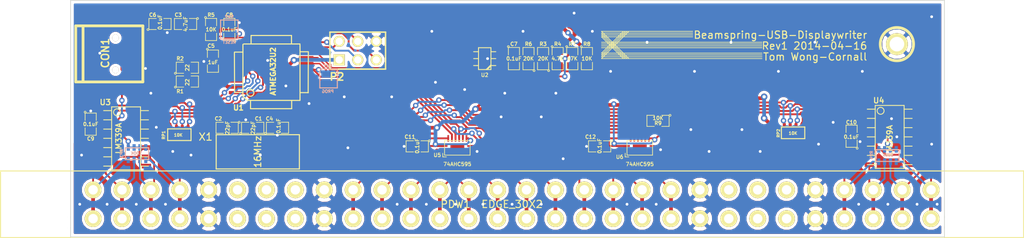
<source format=kicad_pcb>
(kicad_pcb (version 3) (host pcbnew "(2013-may-18)-stable")
  (layers (15 F.Cu signal) (0 B.Cu signal) (18 B.Paste user) (19 F.Paste user) (20 B.SilkS user) (21 F.SilkS user) (22 B.Mask user) (23 F.Mask user) (28 Edge.Cuts user))
  (net 0 "")
  (net 1 /SPI_MOSI)
  (net 2 /SPI_SCLK)
  (net 3 /SPI_SS)
  (net 4 Col1)
  (net 5 Col10)
  (net 6 Col11)
  (net 7 Col12)
  (net 8 Col2)
  (net 9 Col3)
  (net 10 Col4)
  (net 11 Col5)
  (net 12 Col6)
  (net 13 Col7)
  (net 14 Col8)
  (net 15 Col9)
  (net 16 GND)
  (net 17 N-000001)
  (net 18 N-0000010)
  (net 19 N-0000011)
  (net 20 N-0000012)
  (net 21 N-0000013)
  (net 22 N-0000014)
  (net 23 N-000002)
  (net 24 N-0000028)
  (net 25 N-0000029)
  (net 26 N-000003)
  (net 27 N-0000031)
  (net 28 N-0000032)
  (net 29 N-000004)
  (net 30 N-0000048)
  (net 31 N-0000058)
  (net 32 N-000008)
  (net 33 N-000009)
  (net 34 Row1)
  (net 35 Row2)
  (net 36 Row3)
  (net 37 Row4)
  (net 38 Row5)
  (net 39 Row6)
  (net 40 Row7)
  (net 41 Row8)
  (net 42 RowOP1)
  (net 43 RowOP2)
  (net 44 RowOP3)
  (net 45 RowOP4)
  (net 46 RowOP5)
  (net 47 RowOP6)
  (net 48 RowOP7)
  (net 49 RowOP8)
  (net 50 SR_DS)
  (net 51 SR_OE)
  (net 52 SR_SHCP)
  (net 53 SR_STCP)
  (net 54 VCC)
  (module Via (layer F.Cu) (at 148.75 151.25)
    (fp_text reference . hide)
    (fp_text value . hide)
    (pad "" thru_hole circle (at 0 0) (size 0.7366 0.7366) (drill 0.381) (layers *.Cu) (net 16 GND))
  )
  (module USB_MINI_B (layer F.Cu) (at 152.8 130.6)
    (fp_text reference CON1 (at -0.55 -0.1 90) (layer F.SilkS) (effects (font (size 1.016 1.016) (thickness 0.2032))))
    (fp_text value USB-MINI-B hide)
    (pad 1 smd rect (at 3.44932 -1.6002) (size 2.30124 0.50038) (layers F.Cu F.Paste F.Mask) (net 54 VCC))
    (pad 2 smd rect (at 3.44932 -0.8001) (size 2.30124 0.50038) (layers F.Cu F.Paste F.Mask) (net 20 N-0000012))
    (pad 3 smd rect (at 3.44932 0) (size 2.30124 0.50038) (layers F.Cu F.Paste F.Mask) (net 19 N-0000011))
    (pad 4 smd rect (at 3.44932 0.8001) (size 2.30124 0.50038) (layers F.Cu F.Paste F.Mask))
    (pad 5 smd rect (at 3.44932 1.6002) (size 2.30124 0.50038) (layers F.Cu F.Paste F.Mask) (net 16 GND))
    (pad 6 smd rect (at 3.35026 -4.45008) (size 2.49936 1.99898) (layers F.Cu F.Paste F.Mask) (net 23 N-000002))
    (pad 7 smd rect (at -2.14884 -4.45008) (size 2.49936 1.99898) (layers F.Cu F.Paste F.Mask))
    (pad 8 smd rect (at 3.35026 4.45008) (size 2.49936 1.99898) (layers F.Cu F.Paste F.Mask))
    (pad 9 smd rect (at -2.14884 4.45008) (size 2.49936 1.99898) (layers F.Cu F.Paste F.Mask))
    (pad "" thru_hole circle (at 0.8509 -2.19964) (size 0.89916 0.89916) (drill 0.89916) (layers *.Cu *.Mask F.SilkS))
    (pad "" thru_hole circle (at 0.8509 2.19964) (size 0.89916 0.89916) (drill 0.89916) (layers *.Cu *.Mask F.SilkS))
  )
  (module tsot-6 (layer F.Cu) (at 204.25 131.25 90)
    (fp_text reference U2 (at -2.25 0 180) (layer F.SilkS) (effects (font (size 0.50038 0.50038) (thickness 0.09906))))
    (fp_text value DAC101S101 hide)
    (pad 1 smd rect (at -0.94996 1.30048 90) (size 0.69088 1.00076) (layers F.Cu F.Paste F.Mask) (net 26 N-000003))
    (pad 3 smd rect (at 0.94996 1.30048 90) (size 0.69088 1.00076) (layers F.Cu F.Paste F.Mask) (net 54 VCC))
    (pad 2 smd rect (at 0 1.30048 90) (size 0.69088 1.00076) (layers F.Cu F.Paste F.Mask) (net 16 GND))
    (pad 4 smd rect (at 0.94996 -1.30048 90) (size 0.69088 1.00076) (layers F.Cu F.Paste F.Mask) (net 1 /SPI_MOSI))
    (pad 6 smd rect (at -0.94996 -1.30048 90) (size 0.69088 1.00076) (layers F.Cu F.Paste F.Mask) (net 3 /SPI_SS))
    (pad 5 smd rect (at 0 -1.30048 90) (size 0.69088 1.00076) (layers F.Cu F.Paste F.Mask) (net 2 /SPI_SCLK))
  )
  (module TQFP32 (layer F.Cu) (at 175 133.1 90)
    (fp_text reference U1 (at -4.9 -4.5 180) (layer F.SilkS) (effects (font (size 0.7 0.7) (thickness 0.175))))
    (fp_text value ATMEGA32U2 (at 0.1 0.25 90) (layer F.SilkS) (effects (font (size 0.7 0.7) (thickness 0.175))))
    (pad 8 smd rect (at -4.81584 2.77622 90) (size 1.99898 0.44958) (layers F.Cu F.Paste F.Mask) (net 48 RowOP7))
    (pad 7 smd rect (at -4.81584 1.97612 90) (size 1.99898 0.44958) (layers F.Cu F.Paste F.Mask) (net 47 RowOP6))
    (pad 6 smd rect (at -4.81584 1.17602 90) (size 1.99898 0.44958) (layers F.Cu F.Paste F.Mask) (net 46 RowOP5))
    (pad 5 smd rect (at -4.81584 0.37592 90) (size 1.99898 0.44958) (layers F.Cu F.Paste F.Mask))
    (pad 4 smd rect (at -4.81584 -0.42418 90) (size 1.99898 0.44958) (layers F.Cu F.Paste F.Mask) (net 54 VCC))
    (pad 3 smd rect (at -4.81584 -1.22428 90) (size 1.99898 0.44958) (layers F.Cu F.Paste F.Mask) (net 16 GND))
    (pad 2 smd rect (at -4.81584 -2.02438 90) (size 1.99898 0.44958) (layers F.Cu F.Paste F.Mask) (net 31 N-0000058))
    (pad 1 smd rect (at -4.81584 -2.82448 90) (size 1.99898 0.44958) (layers F.Cu F.Paste F.Mask) (net 29 N-000004))
    (pad 24 smd rect (at 4.7498 -2.8194 90) (size 1.99898 0.44958) (layers F.Cu F.Paste F.Mask) (net 33 N-000009))
    (pad 17 smd rect (at 4.7498 2.794 90) (size 1.99898 0.44958) (layers F.Cu F.Paste F.Mask))
    (pad 18 smd rect (at 4.7498 1.9812 90) (size 1.99898 0.44958) (layers F.Cu F.Paste F.Mask) (net 25 N-0000029))
    (pad 19 smd rect (at 4.7498 1.1684 90) (size 1.99898 0.44958) (layers F.Cu F.Paste F.Mask) (net 24 N-0000028))
    (pad 20 smd rect (at 4.7498 0.381 90) (size 1.99898 0.44958) (layers F.Cu F.Paste F.Mask) (net 28 N-0000032))
    (pad 21 smd rect (at 4.7498 -0.4318 90) (size 1.99898 0.44958) (layers F.Cu F.Paste F.Mask) (net 27 N-0000031))
    (pad 22 smd rect (at 4.7498 -1.2192 90) (size 1.99898 0.44958) (layers F.Cu F.Paste F.Mask) (net 45 RowOP4))
    (pad 23 smd rect (at 4.7498 -2.032 90) (size 1.99898 0.44958) (layers F.Cu F.Paste F.Mask) (net 44 RowOP3))
    (pad 32 smd rect (at -2.82448 -4.826 90) (size 0.44958 1.99898) (layers F.Cu F.Paste F.Mask) (net 54 VCC))
    (pad 31 smd rect (at -2.02692 -4.826 90) (size 0.44958 1.99898) (layers F.Cu F.Paste F.Mask) (net 54 VCC))
    (pad 30 smd rect (at -1.22428 -4.826 90) (size 0.44958 1.99898) (layers F.Cu F.Paste F.Mask) (net 22 N-0000014))
    (pad 29 smd rect (at -0.42672 -4.826 90) (size 0.44958 1.99898) (layers F.Cu F.Paste F.Mask) (net 21 N-0000013))
    (pad 28 smd rect (at 0.37592 -4.826 90) (size 0.44958 1.99898) (layers F.Cu F.Paste F.Mask) (net 16 GND))
    (pad 27 smd rect (at 1.17348 -4.826 90) (size 0.44958 1.99898) (layers F.Cu F.Paste F.Mask) (net 32 N-000008))
    (pad 26 smd rect (at 1.97612 -4.826 90) (size 0.44958 1.99898) (layers F.Cu F.Paste F.Mask) (net 42 RowOP1))
    (pad 25 smd rect (at 2.77368 -4.826 90) (size 0.44958 1.99898) (layers F.Cu F.Paste F.Mask) (net 43 RowOP2))
    (pad 9 smd rect (at -2.8194 4.7752 90) (size 0.44958 1.99898) (layers F.Cu F.Paste F.Mask) (net 49 RowOP8))
    (pad 10 smd rect (at -2.032 4.7752 90) (size 0.44958 1.99898) (layers F.Cu F.Paste F.Mask) (net 50 SR_DS))
    (pad 11 smd rect (at -1.2192 4.7752 90) (size 0.44958 1.99898) (layers F.Cu F.Paste F.Mask) (net 51 SR_OE))
    (pad 12 smd rect (at -0.4318 4.7752 90) (size 0.44958 1.99898) (layers F.Cu F.Paste F.Mask) (net 53 SR_STCP))
    (pad 13 smd rect (at 0.3556 4.7752 90) (size 0.44958 1.99898) (layers F.Cu F.Paste F.Mask) (net 52 SR_SHCP))
    (pad 14 smd rect (at 1.1684 4.7752 90) (size 0.44958 1.99898) (layers F.Cu F.Paste F.Mask) (net 3 /SPI_SS))
    (pad 15 smd rect (at 1.9812 4.7752 90) (size 0.44958 1.99898) (layers F.Cu F.Paste F.Mask) (net 2 /SPI_SCLK))
    (pad 16 smd rect (at 2.794 4.7752 90) (size 0.44958 1.99898) (layers F.Cu F.Paste F.Mask) (net 1 /SPI_MOSI))
  )
  (module TEST_BRIDGE_SM (layer B.Cu) (at 169.25 127.25 90)
    (fp_text reference SW2 (at 1.75 0 180) (layer B.SilkS) (effects (font (size 0.4 0.4) (thickness 0.1)) (justify mirror)))
    (fp_text value RESET (at -1.75 0 180) (layer B.SilkS) (effects (font (size 0.4 0.4) (thickness 0.1)) (justify mirror)))
    (pad 1 smd rect (at -0.6 0 90) (size 1 2) (layers B.Cu B.Paste B.Mask) (net 33 N-000009))
    (pad 2 smd rect (at 0.6 0 90) (size 1 2) (layers B.Cu B.Paste B.Mask) (net 16 GND))
  )
  (module TEST_BRIDGE_SM (layer B.Cu) (at 182.85 133.97 90)
    (fp_text reference SW1 (at 1.72 -0.1 180) (layer B.SilkS) (effects (font (size 0.4 0.4) (thickness 0.1)) (justify mirror)))
    (fp_text value PROG (at -1.78 -0.1 180) (layer B.SilkS) (effects (font (size 0.4 0.4) (thickness 0.1)) (justify mirror)))
    (pad 1 smd rect (at -0.6 0 90) (size 1 2) (layers B.Cu B.Paste B.Mask) (net 16 GND))
    (pad 2 smd rect (at 0.6 0 90) (size 1 2) (layers B.Cu B.Paste B.Mask) (net 52 SR_SHCP))
  )
  (module so-14 (layer F.Cu) (at 155.1 142.2 270)
    (fp_text reference U3 (at -4.95 2.85 360) (layer F.SilkS) (effects (font (size 0.7493 0.7493) (thickness 0.14986))))
    (fp_text value LM339A (at 0 1.016 270) (layer F.SilkS) (effects (font (size 0.7493 0.7493) (thickness 0.14986))))
    (pad 1 smd rect (at -3.81 2.794 270) (size 0.635 1.27) (layers F.Cu F.Paste F.Mask) (net 43 RowOP2))
    (pad 2 smd rect (at -2.54 2.794 270) (size 0.635 1.27) (layers F.Cu F.Paste F.Mask) (net 42 RowOP1))
    (pad 3 smd rect (at -1.27 2.794 270) (size 0.635 1.27) (layers F.Cu F.Paste F.Mask) (net 54 VCC))
    (pad 4 smd rect (at 0 2.794 270) (size 0.635 1.27) (layers F.Cu F.Paste F.Mask) (net 18 N-0000010))
    (pad 5 smd rect (at 1.27 2.794 270) (size 0.635 1.27) (layers F.Cu F.Paste F.Mask) (net 34 Row1))
    (pad 6 smd rect (at 2.54 2.794 270) (size 0.635 1.27) (layers F.Cu F.Paste F.Mask) (net 18 N-0000010))
    (pad 7 smd rect (at 3.81 2.794 270) (size 0.635 1.27) (layers F.Cu F.Paste F.Mask) (net 35 Row2))
    (pad 8 smd rect (at 3.81 -2.794 270) (size 0.635 1.27) (layers F.Cu F.Paste F.Mask) (net 18 N-0000010))
    (pad 9 smd rect (at 2.54 -2.794 270) (size 0.635 1.27) (layers F.Cu F.Paste F.Mask) (net 36 Row3))
    (pad 10 smd rect (at 1.27 -2.794 270) (size 0.635 1.27) (layers F.Cu F.Paste F.Mask) (net 18 N-0000010))
    (pad 11 smd rect (at 0 -2.794 270) (size 0.635 1.27) (layers F.Cu F.Paste F.Mask) (net 37 Row4))
    (pad 12 smd rect (at -1.27 -2.794 270) (size 0.635 1.27) (layers F.Cu F.Paste F.Mask) (net 16 GND))
    (pad 13 smd rect (at -2.54 -2.794 270) (size 0.635 1.27) (layers F.Cu F.Paste F.Mask) (net 45 RowOP4))
    (pad 14 smd rect (at -3.81 -2.794 270) (size 0.635 1.27) (layers F.Cu F.Paste F.Mask) (net 44 RowOP3))
  )
  (module so-14 (layer F.Cu) (at 259.75 142 270)
    (fp_text reference U4 (at -5 1.5 360) (layer F.SilkS) (effects (font (size 0.7493 0.7493) (thickness 0.14986))))
    (fp_text value LM339A (at 0.5 0 270) (layer F.SilkS) (effects (font (size 0.7493 0.7493) (thickness 0.14986))))
    (pad 1 smd rect (at -3.81 2.794 270) (size 0.635 1.27) (layers F.Cu F.Paste F.Mask) (net 47 RowOP6))
    (pad 2 smd rect (at -2.54 2.794 270) (size 0.635 1.27) (layers F.Cu F.Paste F.Mask) (net 46 RowOP5))
    (pad 3 smd rect (at -1.27 2.794 270) (size 0.635 1.27) (layers F.Cu F.Paste F.Mask) (net 54 VCC))
    (pad 4 smd rect (at 0 2.794 270) (size 0.635 1.27) (layers F.Cu F.Paste F.Mask) (net 18 N-0000010))
    (pad 5 smd rect (at 1.27 2.794 270) (size 0.635 1.27) (layers F.Cu F.Paste F.Mask) (net 38 Row5))
    (pad 6 smd rect (at 2.54 2.794 270) (size 0.635 1.27) (layers F.Cu F.Paste F.Mask) (net 18 N-0000010))
    (pad 7 smd rect (at 3.81 2.794 270) (size 0.635 1.27) (layers F.Cu F.Paste F.Mask) (net 39 Row6))
    (pad 8 smd rect (at 3.81 -2.794 270) (size 0.635 1.27) (layers F.Cu F.Paste F.Mask) (net 18 N-0000010))
    (pad 9 smd rect (at 2.54 -2.794 270) (size 0.635 1.27) (layers F.Cu F.Paste F.Mask) (net 40 Row7))
    (pad 10 smd rect (at 1.27 -2.794 270) (size 0.635 1.27) (layers F.Cu F.Paste F.Mask) (net 18 N-0000010))
    (pad 11 smd rect (at 0 -2.794 270) (size 0.635 1.27) (layers F.Cu F.Paste F.Mask) (net 41 Row8))
    (pad 12 smd rect (at -1.27 -2.794 270) (size 0.635 1.27) (layers F.Cu F.Paste F.Mask) (net 16 GND))
    (pad 13 smd rect (at -2.54 -2.794 270) (size 0.635 1.27) (layers F.Cu F.Paste F.Mask) (net 49 RowOP8))
    (pad 14 smd rect (at -3.81 -2.794 270) (size 0.635 1.27) (layers F.Cu F.Paste F.Mask) (net 48 RowOP7))
  )
  (module SM0805 (layer F.Cu) (at 212.25 131.25 90)
    (fp_text reference R3 (at 2 0 180) (layer F.SilkS) (effects (font (size 0.50038 0.50038) (thickness 0.10922))))
    (fp_text value 20K (at 0 0 180) (layer F.SilkS) (effects (font (size 0.50038 0.50038) (thickness 0.10922))))
    (pad 1 smd rect (at -0.9525 0 90) (size 0.889 1.397) (layers F.Cu F.Paste F.Mask) (net 18 N-0000010))
    (pad 2 smd rect (at 0.9525 0 90) (size 0.889 1.397) (layers F.Cu F.Paste F.Mask) (net 54 VCC))
  )
  (module SM0805 (layer F.Cu) (at 150.25 140.25 270)
    (fp_text reference C9 (at 2 0 360) (layer F.SilkS) (effects (font (size 0.50038 0.50038) (thickness 0.10922))))
    (fp_text value 0.1uF (at 0 0 360) (layer F.SilkS) (effects (font (size 0.50038 0.50038) (thickness 0.10922))))
    (pad 1 smd rect (at -0.9525 0 270) (size 0.889 1.397) (layers F.Cu F.Paste F.Mask) (net 16 GND))
    (pad 2 smd rect (at 0.9525 0 270) (size 0.889 1.397) (layers F.Cu F.Paste F.Mask) (net 54 VCC))
  )
  (module SM0805 (layer F.Cu) (at 254.53 141.91 90)
    (fp_text reference C10 (at 1.91 -0.03 180) (layer F.SilkS) (effects (font (size 0.50038 0.50038) (thickness 0.10922))))
    (fp_text value 0.1uF (at -0.09 -0.03 180) (layer F.SilkS) (effects (font (size 0.50038 0.50038) (thickness 0.10922))))
    (pad 1 smd rect (at -0.9525 0 90) (size 0.889 1.397) (layers F.Cu F.Paste F.Mask) (net 16 GND))
    (pad 2 smd rect (at 0.9525 0 90) (size 0.889 1.397) (layers F.Cu F.Paste F.Mask) (net 54 VCC))
  )
  (module SM0805 (layer F.Cu) (at 208.25 131.25 270)
    (fp_text reference C7 (at -2 0 360) (layer F.SilkS) (effects (font (size 0.50038 0.50038) (thickness 0.10922))))
    (fp_text value 0.1uF (at 0 0 360) (layer F.SilkS) (effects (font (size 0.50038 0.50038) (thickness 0.10922))))
    (pad 1 smd rect (at -0.9525 0 270) (size 0.889 1.397) (layers F.Cu F.Paste F.Mask) (net 54 VCC))
    (pad 2 smd rect (at 0.9525 0 270) (size 0.889 1.397) (layers F.Cu F.Paste F.Mask) (net 16 GND))
  )
  (module SM0805 (layer F.Cu) (at 220 143.3 180)
    (fp_text reference C12 (at 1.25 1.3 180) (layer F.SilkS) (effects (font (size 0.50038 0.50038) (thickness 0.10922))))
    (fp_text value 0.1uF (at 0 0.05 270) (layer F.SilkS) (effects (font (size 0.50038 0.50038) (thickness 0.10922))))
    (pad 1 smd rect (at -0.9525 0 180) (size 0.889 1.397) (layers F.Cu F.Paste F.Mask) (net 54 VCC))
    (pad 2 smd rect (at 0.9525 0 180) (size 0.889 1.397) (layers F.Cu F.Paste F.Mask) (net 16 GND))
  )
  (module SM0805 (layer F.Cu) (at 195 143.3 180)
    (fp_text reference C11 (at 1 1.3 180) (layer F.SilkS) (effects (font (size 0.50038 0.50038) (thickness 0.10922))))
    (fp_text value 0.1uF (at 0 0.05 270) (layer F.SilkS) (effects (font (size 0.50038 0.50038) (thickness 0.10922))))
    (pad 1 smd rect (at -0.9525 0 180) (size 0.889 1.397) (layers F.Cu F.Paste F.Mask) (net 54 VCC))
    (pad 2 smd rect (at 0.9525 0 180) (size 0.889 1.397) (layers F.Cu F.Paste F.Mask) (net 16 GND))
  )
  (module SM0805 (layer F.Cu) (at 214.25 131.25 270)
    (fp_text reference R4 (at -2 0 360) (layer F.SilkS) (effects (font (size 0.50038 0.50038) (thickness 0.10922))))
    (fp_text value 4.7K (at 0 0 360) (layer F.SilkS) (effects (font (size 0.50038 0.50038) (thickness 0.10922))))
    (pad 1 smd rect (at -0.9525 0 270) (size 0.889 1.397) (layers F.Cu F.Paste F.Mask) (net 18 N-0000010))
    (pad 2 smd rect (at 0.9525 0 270) (size 0.889 1.397) (layers F.Cu F.Paste F.Mask) (net 16 GND))
  )
  (module SM0805 (layer F.Cu) (at 167 131.6 270)
    (fp_text reference C5 (at -2.1 0.25 360) (layer F.SilkS) (effects (font (size 0.50038 0.50038) (thickness 0.10922))))
    (fp_text value 1uF (at 0.15 0 360) (layer F.SilkS) (effects (font (size 0.50038 0.50038) (thickness 0.10922))))
    (pad 1 smd rect (at -0.9525 0 270) (size 0.889 1.397) (layers F.Cu F.Paste F.Mask) (net 32 N-000008))
    (pad 2 smd rect (at 0.9525 0 270) (size 0.889 1.397) (layers F.Cu F.Paste F.Mask) (net 16 GND))
  )
  (module SM0805 (layer F.Cu) (at 210.25 131.25 90)
    (fp_text reference R6 (at 2 0 180) (layer F.SilkS) (effects (font (size 0.50038 0.50038) (thickness 0.10922))))
    (fp_text value 20K (at 0 0 180) (layer F.SilkS) (effects (font (size 0.50038 0.50038) (thickness 0.10922))))
    (pad 1 smd rect (at -0.9525 0 90) (size 0.889 1.397) (layers F.Cu F.Paste F.Mask) (net 26 N-000003))
    (pad 2 smd rect (at 0.9525 0 90) (size 0.889 1.397) (layers F.Cu F.Paste F.Mask) (net 18 N-0000010))
  )
  (module SM0805 (layer F.Cu) (at 172.45 140.75)
    (fp_text reference C1 (at 0.8 -1.25) (layer F.SilkS) (effects (font (size 0.50038 0.50038) (thickness 0.10922))))
    (fp_text value 22pF (at 0.05 0 90) (layer F.SilkS) (effects (font (size 0.50038 0.50038) (thickness 0.10922))))
    (pad 1 smd rect (at -0.9525 0) (size 0.889 1.397) (layers F.Cu F.Paste F.Mask) (net 16 GND))
    (pad 2 smd rect (at 0.9525 0) (size 0.889 1.397) (layers F.Cu F.Paste F.Mask) (net 31 N-0000058))
  )
  (module SM0805 (layer F.Cu) (at 166.75 127.25 270)
    (fp_text reference R5 (at -2 0 360) (layer F.SilkS) (effects (font (size 0.50038 0.50038) (thickness 0.10922))))
    (fp_text value 10K (at 0 0 360) (layer F.SilkS) (effects (font (size 0.50038 0.50038) (thickness 0.10922))))
    (pad 1 smd rect (at -0.9525 0 270) (size 0.889 1.397) (layers F.Cu F.Paste F.Mask) (net 54 VCC))
    (pad 2 smd rect (at 0.9525 0 270) (size 0.889 1.397) (layers F.Cu F.Paste F.Mask) (net 33 N-000009))
  )
  (module SM0805 (layer F.Cu) (at 169.25 127.25 90)
    (fp_text reference C8 (at 2 0 180) (layer F.SilkS) (effects (font (size 0.50038 0.50038) (thickness 0.10922))))
    (fp_text value 0.1uF (at 0 0 180) (layer F.SilkS) (effects (font (size 0.50038 0.50038) (thickness 0.10922))))
    (pad 1 smd rect (at -0.9525 0 90) (size 0.889 1.397) (layers F.Cu F.Paste F.Mask) (net 33 N-000009))
    (pad 2 smd rect (at 0.9525 0 90) (size 0.889 1.397) (layers F.Cu F.Paste F.Mask) (net 16 GND))
  )
  (module SM0805 (layer F.Cu) (at 159.75 126.5)
    (fp_text reference C6 (at -1 -1.25) (layer F.SilkS) (effects (font (size 0.50038 0.50038) (thickness 0.10922))))
    (fp_text value 0.1uF (at 0 -0.25 90) (layer F.SilkS) (effects (font (size 0.50038 0.50038) (thickness 0.10922))))
    (pad 1 smd rect (at -0.9525 0) (size 0.889 1.397) (layers F.Cu F.Paste F.Mask) (net 23 N-000002))
    (pad 2 smd rect (at 0.9525 0) (size 0.889 1.397) (layers F.Cu F.Paste F.Mask) (net 16 GND))
  )
  (module SM0805 (layer F.Cu) (at 163.5 134.4)
    (fp_text reference R1 (at -1 1.35) (layer F.SilkS) (effects (font (size 0.50038 0.50038) (thickness 0.10922))))
    (fp_text value 22 (at 0 0.1 90) (layer F.SilkS) (effects (font (size 0.50038 0.50038) (thickness 0.10922))))
    (pad 1 smd rect (at -0.9525 0) (size 0.889 1.397) (layers F.Cu F.Paste F.Mask) (net 20 N-0000012))
    (pad 2 smd rect (at 0.9525 0) (size 0.889 1.397) (layers F.Cu F.Paste F.Mask) (net 22 N-0000014))
  )
  (module SM0805 (layer F.Cu) (at 163.5 132.5)
    (fp_text reference R2 (at -1 -1.25) (layer F.SilkS) (effects (font (size 0.50038 0.50038) (thickness 0.10922))))
    (fp_text value 22 (at 0 0 90) (layer F.SilkS) (effects (font (size 0.50038 0.50038) (thickness 0.10922))))
    (pad 1 smd rect (at -0.9525 0) (size 0.889 1.397) (layers F.Cu F.Paste F.Mask) (net 19 N-0000011))
    (pad 2 smd rect (at 0.9525 0) (size 0.889 1.397) (layers F.Cu F.Paste F.Mask) (net 21 N-0000013))
  )
  (module SM0805 (layer F.Cu) (at 163.25 126.5 180)
    (fp_text reference C3 (at 1 1.25 180) (layer F.SilkS) (effects (font (size 0.50038 0.50038) (thickness 0.10922))))
    (fp_text value 4.7uF (at 0 0 270) (layer F.SilkS) (effects (font (size 0.50038 0.50038) (thickness 0.10922))))
    (pad 1 smd rect (at -0.9525 0 180) (size 0.889 1.397) (layers F.Cu F.Paste F.Mask) (net 54 VCC))
    (pad 2 smd rect (at 0.9525 0 180) (size 0.889 1.397) (layers F.Cu F.Paste F.Mask) (net 16 GND))
  )
  (module SM0805 (layer F.Cu) (at 175.85 140.75)
    (fp_text reference C4 (at -1.1 -1.25) (layer F.SilkS) (effects (font (size 0.50038 0.50038) (thickness 0.10922))))
    (fp_text value 0.1uF (at 0.15 -0.25 90) (layer F.SilkS) (effects (font (size 0.50038 0.50038) (thickness 0.10922))))
    (pad 1 smd rect (at -0.9525 0) (size 0.889 1.397) (layers F.Cu F.Paste F.Mask) (net 16 GND))
    (pad 2 smd rect (at 0.9525 0) (size 0.889 1.397) (layers F.Cu F.Paste F.Mask) (net 54 VCC))
  )
  (module SM0805 (layer F.Cu) (at 216.25 131.25 270)
    (fp_text reference R7 (at -2 0 360) (layer F.SilkS) (effects (font (size 0.50038 0.50038) (thickness 0.10922))))
    (fp_text value 47K (at 0 0 360) (layer F.SilkS) (effects (font (size 0.50038 0.50038) (thickness 0.10922))))
    (pad 1 smd rect (at -0.9525 0 270) (size 0.889 1.397) (layers F.Cu F.Paste F.Mask) (net 54 VCC))
    (pad 2 smd rect (at 0.9525 0 270) (size 0.889 1.397) (layers F.Cu F.Paste F.Mask) (net 30 N-0000048))
  )
  (module SM0805 (layer F.Cu) (at 218.25 131.25 270)
    (fp_text reference R8 (at -2 0 360) (layer F.SilkS) (effects (font (size 0.50038 0.50038) (thickness 0.10922))))
    (fp_text value 10K (at 0 0 360) (layer F.SilkS) (effects (font (size 0.50038 0.50038) (thickness 0.10922))))
    (pad 1 smd rect (at -0.9525 0 270) (size 0.889 1.397) (layers F.Cu F.Paste F.Mask) (net 30 N-0000048))
    (pad 2 smd rect (at 0.9525 0 270) (size 0.889 1.397) (layers F.Cu F.Paste F.Mask) (net 16 GND))
  )
  (module SM0805 (layer F.Cu) (at 168.95 140.75 180)
    (fp_text reference C2 (at 1.2 1.25 180) (layer F.SilkS) (effects (font (size 0.50038 0.50038) (thickness 0.10922))))
    (fp_text value 22pF (at -0.05 0 270) (layer F.SilkS) (effects (font (size 0.50038 0.50038) (thickness 0.10922))))
    (pad 1 smd rect (at -0.9525 0 180) (size 0.889 1.397) (layers F.Cu F.Paste F.Mask) (net 16 GND))
    (pad 2 smd rect (at 0.9525 0 180) (size 0.889 1.397) (layers F.Cu F.Paste F.Mask) (net 29 N-000004))
  )
  (module RPACK_1206 (layer F.Cu) (at 162.4 141.7 180)
    (fp_text reference RP1 (at 2.15 -0.05 270) (layer F.SilkS) (effects (font (size 0.4 0.4) (thickness 0.1))))
    (fp_text value 10K (at 0.15 -0.05 180) (layer F.SilkS) (effects (font (size 0.4 0.4) (thickness 0.1))))
    (pad 1 smd rect (at -1.2 0.85 180) (size 0.425 0.9) (layers F.Cu F.Paste F.Mask) (net 42 RowOP1) (clearance 0.1))
    (pad 2 smd rect (at -0.4 0.85 180) (size 0.425 0.9) (layers F.Cu F.Paste F.Mask) (net 43 RowOP2) (clearance 0.1))
    (pad 3 smd rect (at 0.4 0.85 180) (size 0.425 0.9) (layers F.Cu F.Paste F.Mask) (net 44 RowOP3) (clearance 0.1))
    (pad 4 smd rect (at 1.2 0.85 180) (size 0.425 0.9) (layers F.Cu F.Paste F.Mask) (net 45 RowOP4) (clearance 0.1))
    (pad 5 smd rect (at 1.2 -0.85 180) (size 0.425 0.9) (layers F.Cu F.Paste F.Mask) (net 54 VCC) (clearance 0.1))
    (pad 6 smd rect (at 0.4 -0.85 180) (size 0.425 0.9) (layers F.Cu F.Paste F.Mask) (net 54 VCC) (clearance 0.1))
    (pad 7 smd rect (at -0.4 -0.85 180) (size 0.425 0.9) (layers F.Cu F.Paste F.Mask) (net 54 VCC) (clearance 0.1))
    (pad 8 smd rect (at -1.2 -0.85 180) (size 0.425 0.9) (layers F.Cu F.Paste F.Mask) (net 54 VCC) (clearance 0.1))
  )
  (module RPACK_1206 (layer B.Cu) (at 156.6 144.3)
    (fp_text reference RP3 (at -2.1 -0.05 90) (layer B.SilkS) (effects (font (size 0.4 0.4) (thickness 0.1)) (justify mirror)))
    (fp_text value 100K (at -0.1 -0.05) (layer B.SilkS) (effects (font (size 0.4 0.4) (thickness 0.1)) (justify mirror)))
    (pad 1 smd rect (at -1.2 -0.85) (size 0.425 0.9) (layers B.Cu B.Paste B.Mask) (net 30 N-0000048) (clearance 0.1))
    (pad 2 smd rect (at -0.4 -0.85) (size 0.425 0.9) (layers B.Cu B.Paste B.Mask) (net 30 N-0000048) (clearance 0.1))
    (pad 3 smd rect (at 0.4 -0.85) (size 0.425 0.9) (layers B.Cu B.Paste B.Mask) (net 30 N-0000048) (clearance 0.1))
    (pad 4 smd rect (at 1.2 -0.85) (size 0.425 0.9) (layers B.Cu B.Paste B.Mask) (net 30 N-0000048) (clearance 0.1))
    (pad 5 smd rect (at 1.2 0.85) (size 0.425 0.9) (layers B.Cu B.Paste B.Mask) (net 37 Row4) (clearance 0.1))
    (pad 6 smd rect (at 0.4 0.85) (size 0.425 0.9) (layers B.Cu B.Paste B.Mask) (net 36 Row3) (clearance 0.1))
    (pad 7 smd rect (at -0.4 0.85) (size 0.425 0.9) (layers B.Cu B.Paste B.Mask) (net 35 Row2) (clearance 0.1))
    (pad 8 smd rect (at -1.2 0.85) (size 0.425 0.9) (layers B.Cu B.Paste B.Mask) (net 34 Row1) (clearance 0.1))
  )
  (module RPACK_1206 (layer F.Cu) (at 246.51 141.44 180)
    (fp_text reference RP2 (at 2.01 -0.06 270) (layer F.SilkS) (effects (font (size 0.4 0.4) (thickness 0.1))))
    (fp_text value 10K (at 0.01 -0.06 180) (layer F.SilkS) (effects (font (size 0.4 0.4) (thickness 0.1))))
    (pad 1 smd rect (at -1.2 0.85 180) (size 0.425 0.9) (layers F.Cu F.Paste F.Mask) (net 46 RowOP5) (clearance 0.1))
    (pad 2 smd rect (at -0.4 0.85 180) (size 0.425 0.9) (layers F.Cu F.Paste F.Mask) (net 47 RowOP6) (clearance 0.1))
    (pad 3 smd rect (at 0.4 0.85 180) (size 0.425 0.9) (layers F.Cu F.Paste F.Mask) (net 48 RowOP7) (clearance 0.1))
    (pad 4 smd rect (at 1.2 0.85 180) (size 0.425 0.9) (layers F.Cu F.Paste F.Mask) (net 49 RowOP8) (clearance 0.1))
    (pad 5 smd rect (at 1.2 -0.85 180) (size 0.425 0.9) (layers F.Cu F.Paste F.Mask) (net 54 VCC) (clearance 0.1))
    (pad 6 smd rect (at 0.4 -0.85 180) (size 0.425 0.9) (layers F.Cu F.Paste F.Mask) (net 54 VCC) (clearance 0.1))
    (pad 7 smd rect (at -0.4 -0.85 180) (size 0.425 0.9) (layers F.Cu F.Paste F.Mask) (net 54 VCC) (clearance 0.1))
    (pad 8 smd rect (at -1.2 -0.85 180) (size 0.425 0.9) (layers F.Cu F.Paste F.Mask) (net 54 VCC) (clearance 0.1))
  )
  (module RPACK_1206 (layer B.Cu) (at 259.45 144.56)
    (fp_text reference RP4 (at -2.2 -0.06 90) (layer B.SilkS) (effects (font (size 0.4 0.4) (thickness 0.1)) (justify mirror)))
    (fp_text value 100K (at 0.05 -0.06) (layer B.SilkS) (effects (font (size 0.4 0.4) (thickness 0.1)) (justify mirror)))
    (pad 1 smd rect (at -1.2 -0.85) (size 0.425 0.9) (layers B.Cu B.Paste B.Mask) (net 30 N-0000048) (clearance 0.1))
    (pad 2 smd rect (at -0.4 -0.85) (size 0.425 0.9) (layers B.Cu B.Paste B.Mask) (net 30 N-0000048) (clearance 0.1))
    (pad 3 smd rect (at 0.4 -0.85) (size 0.425 0.9) (layers B.Cu B.Paste B.Mask) (net 30 N-0000048) (clearance 0.1))
    (pad 4 smd rect (at 1.2 -0.85) (size 0.425 0.9) (layers B.Cu B.Paste B.Mask) (net 30 N-0000048) (clearance 0.1))
    (pad 5 smd rect (at 1.2 0.85) (size 0.425 0.9) (layers B.Cu B.Paste B.Mask) (net 41 Row8) (clearance 0.1))
    (pad 6 smd rect (at 0.4 0.85) (size 0.425 0.9) (layers B.Cu B.Paste B.Mask) (net 40 Row7) (clearance 0.1))
    (pad 7 smd rect (at -0.4 0.85) (size 0.425 0.9) (layers B.Cu B.Paste B.Mask) (net 39 Row6) (clearance 0.1))
    (pad 8 smd rect (at -1.2 0.85) (size 0.425 0.9) (layers B.Cu B.Paste B.Mask) (net 38 Row5) (clearance 0.1))
  )
  (module pin_array_3x2 (layer F.Cu) (at 186.85 130.15)
    (fp_text reference P2 (at -2.85 3.6) (layer F.SilkS) (effects (font (size 1.016 1.016) (thickness 0.2032))))
    (fp_text value CONN_3X2 hide)
    (pad 1 thru_hole rect (at -2.54 1.27) (size 1.524 1.524) (drill 1.016) (layers *.Cu *.Mask F.SilkS) (net 54 VCC))
    (pad 2 thru_hole circle (at -2.54 -1.27) (size 1.524 1.524) (drill 1.016) (layers *.Cu *.Mask F.SilkS) (net 27 N-0000031))
    (pad 3 thru_hole circle (at 0 1.27) (size 1.524 1.524) (drill 1.016) (layers *.Cu *.Mask F.SilkS) (net 25 N-0000029))
    (pad 4 thru_hole circle (at 0 -1.27) (size 1.524 1.524) (drill 1.016) (layers *.Cu *.Mask F.SilkS) (net 28 N-0000032))
    (pad 5 thru_hole circle (at 2.54 1.27) (size 1.524 1.524) (drill 1.016) (layers *.Cu *.Mask F.SilkS) (net 24 N-0000028))
    (pad 6 thru_hole circle (at 2.54 -1.27) (size 1.524 1.524) (drill 1.016) (layers *.Cu *.Mask F.SilkS) (net 16 GND) (thermal_gap 0.508))
  )
  (module HC49US (layer F.Cu) (at 173.15 144.05 180)
    (fp_text reference X1 (at 7.15 2.05 180) (layer F.SilkS))
    (fp_text value 16MHz (at 0 0 270) (layer F.SilkS) (effects (font (size 0.9 0.9))))
    (pad 1 smd rect (at -4.75 0 180) (size 5.6 2.1) (layers F.Cu F.Paste F.Mask) (net 31 N-0000058))
    (pad 2 smd rect (at 4.75 0 180) (size 5.6 2.1) (layers F.Cu F.Paste F.Mask) (net 29 N-000004))
  )
  (module DHVQFN16 (layer F.Cu) (at 200.5 143.5)
    (fp_text reference U5 (at -2.75 1) (layer F.SilkS) (effects (font (size 0.5 0.5) (thickness 0.1))))
    (fp_text value 74AHC595 (at 0 2.25) (layer F.SilkS) (effects (font (size 0.5 0.5) (thickness 0.1))))
    (pad "" smd rect (at 0 0) (size 1.9 0.9) (layers F.Cu F.Paste F.Mask))
    (pad 1 smd rect (at -1.8 0.25 90) (size 0.24 0.9) (layers F.Cu F.Paste F.Mask) (net 8 Col2) (clearance 0.125))
    (pad 2 smd rect (at -1.25 1.3) (size 0.24 0.9) (layers F.Cu F.Paste F.Mask) (net 9 Col3) (clearance 0.125))
    (pad 3 smd rect (at -0.75 1.3) (size 0.24 0.9) (layers F.Cu F.Paste F.Mask) (net 10 Col4) (clearance 0.125))
    (pad 4 smd rect (at -0.25 1.3) (size 0.24 0.9) (layers F.Cu F.Paste F.Mask) (net 11 Col5) (clearance 0.125))
    (pad 5 smd rect (at 0.25 1.3) (size 0.24 0.9) (layers F.Cu F.Paste F.Mask) (net 12 Col6) (clearance 0.125))
    (pad 6 smd rect (at 0.75 1.3) (size 0.24 0.9) (layers F.Cu F.Paste F.Mask) (net 13 Col7) (clearance 0.125))
    (pad 7 smd rect (at 1.25 1.3) (size 0.24 0.9) (layers F.Cu F.Paste F.Mask) (net 14 Col8) (clearance 0.125))
    (pad 8 smd rect (at 1.8 0.25 270) (size 0.24 0.9) (layers F.Cu F.Paste F.Mask) (net 16 GND) (clearance 0.125))
    (pad 9 smd rect (at 1.8 -0.25 270) (size 0.24 0.9) (layers F.Cu F.Paste F.Mask) (net 17 N-000001) (clearance 0.125))
    (pad 10 smd rect (at 1.25 -1.3) (size 0.24 0.9) (layers F.Cu F.Paste F.Mask) (net 54 VCC) (clearance 0.125))
    (pad 11 smd rect (at 0.75 -1.3) (size 0.24 0.9) (layers F.Cu F.Paste F.Mask) (net 52 SR_SHCP) (clearance 0.125))
    (pad 12 smd rect (at 0.25 -1.3) (size 0.24 0.9) (layers F.Cu F.Paste F.Mask) (net 53 SR_STCP) (clearance 0.125))
    (pad 13 smd rect (at -0.25 -1.3) (size 0.24 0.9) (layers F.Cu F.Paste F.Mask) (net 51 SR_OE) (clearance 0.125))
    (pad 14 smd rect (at -0.75 -1.3) (size 0.24 0.9) (layers F.Cu F.Paste F.Mask) (net 50 SR_DS) (clearance 0.125))
    (pad 15 smd rect (at -1.25 -1.3) (size 0.24 0.9) (layers F.Cu F.Paste F.Mask) (net 4 Col1) (clearance 0.125))
    (pad 16 smd rect (at -1.8 -0.25 90) (size 0.24 0.9) (layers F.Cu F.Paste F.Mask) (net 54 VCC) (clearance 0.125))
  )
  (module DHVQFN16 (layer F.Cu) (at 225.5 143.5)
    (fp_text reference U6 (at -2.75 1.25) (layer F.SilkS) (effects (font (size 0.5 0.5) (thickness 0.1))))
    (fp_text value 74AHC595 (at 0 2.25) (layer F.SilkS) (effects (font (size 0.5 0.5) (thickness 0.1))))
    (pad "" smd rect (at 0 0) (size 1.9 0.9) (layers F.Cu F.Paste F.Mask))
    (pad 1 smd rect (at -1.8 0.25 90) (size 0.24 0.9) (layers F.Cu F.Paste F.Mask) (net 5 Col10) (clearance 0.125))
    (pad 2 smd rect (at -1.25 1.3) (size 0.24 0.9) (layers F.Cu F.Paste F.Mask) (net 6 Col11) (clearance 0.125))
    (pad 3 smd rect (at -0.75 1.3) (size 0.24 0.9) (layers F.Cu F.Paste F.Mask) (net 7 Col12) (clearance 0.125))
    (pad 4 smd rect (at -0.25 1.3) (size 0.24 0.9) (layers F.Cu F.Paste F.Mask) (clearance 0.125))
    (pad 5 smd rect (at 0.25 1.3) (size 0.24 0.9) (layers F.Cu F.Paste F.Mask) (clearance 0.125))
    (pad 6 smd rect (at 0.75 1.3) (size 0.24 0.9) (layers F.Cu F.Paste F.Mask) (clearance 0.125))
    (pad 7 smd rect (at 1.25 1.3) (size 0.24 0.9) (layers F.Cu F.Paste F.Mask) (clearance 0.125))
    (pad 8 smd rect (at 1.8 0.25 270) (size 0.24 0.9) (layers F.Cu F.Paste F.Mask) (net 16 GND) (clearance 0.125))
    (pad 9 smd rect (at 1.8 -0.25 270) (size 0.24 0.9) (layers F.Cu F.Paste F.Mask) (clearance 0.125))
    (pad 10 smd rect (at 1.25 -1.3) (size 0.24 0.9) (layers F.Cu F.Paste F.Mask) (net 54 VCC) (clearance 0.125))
    (pad 11 smd rect (at 0.75 -1.3) (size 0.24 0.9) (layers F.Cu F.Paste F.Mask) (net 52 SR_SHCP) (clearance 0.125))
    (pad 12 smd rect (at 0.25 -1.3) (size 0.24 0.9) (layers F.Cu F.Paste F.Mask) (net 53 SR_STCP) (clearance 0.125))
    (pad 13 smd rect (at -0.25 -1.3) (size 0.24 0.9) (layers F.Cu F.Paste F.Mask) (net 51 SR_OE) (clearance 0.125))
    (pad 14 smd rect (at -0.75 -1.3) (size 0.24 0.9) (layers F.Cu F.Paste F.Mask) (net 17 N-000001) (clearance 0.125))
    (pad 15 smd rect (at -1.25 -1.3) (size 0.24 0.9) (layers F.Cu F.Paste F.Mask) (net 15 Col9) (clearance 0.125))
    (pad 16 smd rect (at -1.8 -0.25 90) (size 0.24 0.9) (layers F.Cu F.Paste F.Mask) (net 54 VCC) (clearance 0.125))
  )
  (module 1pin (layer F.Cu) (at 260.74 129.26)
    (fp_text reference P3 hide)
    (fp_text value "Chassis GND" hide)
    (pad 1 thru_hole circle (at 0 0) (size 3 3) (drill 2) (layers *.Cu *.Mask F.SilkS) (net 16 GND) (thermal_gap 0.508))
  )
  (module Via (layer F.Cu) (at 197 127.5)
    (fp_text reference . hide)
    (fp_text value . hide)
    (pad "" thru_hole circle (at 0 0) (size 0.7366 0.7366) (drill 0.381) (layers *.Cu) (net 16 GND))
  )
  (module Via (layer F.Cu) (at 209.5 127.5)
    (fp_text reference . hide)
    (fp_text value . hide)
    (pad "" thru_hole circle (at 0 0) (size 0.7366 0.7366) (drill 0.381) (layers *.Cu) (net 16 GND))
  )
  (module Via (layer F.Cu) (at 185 136.5)
    (fp_text reference . hide)
    (fp_text value . hide)
    (pad "" thru_hole circle (at 0 0) (size 0.7366 0.7366) (drill 0.381) (layers *.Cu) (net 16 GND))
  )
  (module Via (layer F.Cu) (at 191.5 136.5)
    (fp_text reference . hide)
    (fp_text value . hide)
    (pad "" thru_hole circle (at 0 0) (size 0.7366 0.7366) (drill 0.381) (layers *.Cu) (net 16 GND))
  )
  (module Via (layer F.Cu) (at 151.5 130.5)
    (fp_text reference . hide)
    (fp_text value . hide)
    (pad "" thru_hole circle (at 0 0) (size 0.7366 0.7366) (drill 0.381) (layers *.Cu) (net 16 GND))
  )
  (module Via (layer F.Cu) (at 149 144.5)
    (fp_text reference . hide)
    (fp_text value . hide)
    (pad "" thru_hole circle (at 0 0) (size 0.7366 0.7366) (drill 0.381) (layers *.Cu) (net 16 GND))
  )
  (module Via (layer F.Cu) (at 158.5 136)
    (fp_text reference . hide)
    (fp_text value . hide)
    (pad "" thru_hole circle (at 0 0) (size 0.7366 0.7366) (drill 0.381) (layers *.Cu) (net 16 GND))
  )
  (module Via (layer F.Cu) (at 164 144.5)
    (fp_text reference . hide)
    (fp_text value . hide)
    (pad "" thru_hole circle (at 0 0) (size 0.7366 0.7366) (drill 0.381) (layers *.Cu) (net 16 GND))
  )
  (module Via (layer F.Cu) (at 174.5 131.5)
    (fp_text reference . hide)
    (fp_text value . hide)
    (pad "" thru_hole circle (at 0 0) (size 0.7366 0.7366) (drill 0.381) (layers *.Cu) (net 16 GND))
  )
  (module Via (layer F.Cu) (at 177 135)
    (fp_text reference . hide)
    (fp_text value . hide)
    (pad "" thru_hole circle (at 0 0) (size 0.7366 0.7366) (drill 0.381) (layers *.Cu) (net 16 GND))
  )
  (module Via (layer F.Cu) (at 185.5 143.5)
    (fp_text reference . hide)
    (fp_text value . hide)
    (pad "" thru_hole circle (at 0 0) (size 0.7366 0.7366) (drill 0.381) (layers *.Cu) (net 16 GND))
  )
  (module Via (layer F.Cu) (at 197.5 134.5)
    (fp_text reference . hide)
    (fp_text value . hide)
    (pad "" thru_hole circle (at 0 0) (size 0.7366 0.7366) (drill 0.381) (layers *.Cu) (net 16 GND))
  )
  (module Via (layer F.Cu) (at 201.5 135.5)
    (fp_text reference . hide)
    (fp_text value . hide)
    (pad "" thru_hole circle (at 0 0) (size 0.7366 0.7366) (drill 0.381) (layers *.Cu) (net 16 GND))
  )
  (module Via (layer F.Cu) (at 207 136)
    (fp_text reference . hide)
    (fp_text value . hide)
    (pad "" thru_hole circle (at 0 0) (size 0.7366 0.7366) (drill 0.381) (layers *.Cu) (net 16 GND))
  )
  (module Via (layer F.Cu) (at 214 136)
    (fp_text reference . hide)
    (fp_text value . hide)
    (pad "" thru_hole circle (at 0 0) (size 0.7366 0.7366) (drill 0.381) (layers *.Cu) (net 16 GND))
  )
  (module Via (layer F.Cu) (at 216.5 125)
    (fp_text reference . hide)
    (fp_text value . hide)
    (pad "" thru_hole circle (at 0 0) (size 0.7366 0.7366) (drill 0.381) (layers *.Cu) (net 16 GND))
  )
  (module Via (layer F.Cu) (at 219 127.5)
    (fp_text reference . hide)
    (fp_text value . hide)
    (pad "" thru_hole circle (at 0 0) (size 0.7366 0.7366) (drill 0.381) (layers *.Cu) (net 16 GND))
  )
  (module Via (layer F.Cu) (at 221.5 133)
    (fp_text reference . hide)
    (fp_text value . hide)
    (pad "" thru_hole circle (at 0 0) (size 0.7366 0.7366) (drill 0.381) (layers *.Cu) (net 16 GND))
  )
  (module Via (layer F.Cu) (at 226.5 129)
    (fp_text reference . hide)
    (fp_text value . hide)
    (pad "" thru_hole circle (at 0 0) (size 0.7366 0.7366) (drill 0.381) (layers *.Cu) (net 16 GND))
  )
  (module Via (layer F.Cu) (at 238 129)
    (fp_text reference . hide)
    (fp_text value . hide)
    (pad "" thru_hole circle (at 0 0) (size 0.7366 0.7366) (drill 0.381) (layers *.Cu) (net 16 GND))
  )
  (module Via (layer F.Cu) (at 249.5 129)
    (fp_text reference . hide)
    (fp_text value . hide)
    (pad "" thru_hole circle (at 0 0) (size 0.7366 0.7366) (drill 0.381) (layers *.Cu) (net 16 GND))
  )
  (module Via (layer F.Cu) (at 233 133)
    (fp_text reference . hide)
    (fp_text value . hide)
    (pad "" thru_hole circle (at 0 0) (size 0.7366 0.7366) (drill 0.381) (layers *.Cu) (net 16 GND))
  )
  (module Via (layer F.Cu) (at 244.5 133)
    (fp_text reference . hide)
    (fp_text value . hide)
    (pad "" thru_hole circle (at 0 0) (size 0.7366 0.7366) (drill 0.381) (layers *.Cu) (net 16 GND))
  )
  (module Via (layer F.Cu) (at 256 133)
    (fp_text reference . hide)
    (fp_text value . hide)
    (pad "" thru_hole circle (at 0 0) (size 0.7366 0.7366) (drill 0.381) (layers *.Cu) (net 16 GND))
  )
  (module Via (layer F.Cu) (at 232.5 141)
    (fp_text reference . hide)
    (fp_text value . hide)
    (pad "" thru_hole circle (at 0 0) (size 0.7366 0.7366) (drill 0.381) (layers *.Cu) (net 16 GND))
  )
  (module Via (layer F.Cu) (at 239.5 141)
    (fp_text reference . hide)
    (fp_text value . hide)
    (pad "" thru_hole circle (at 0 0) (size 0.7366 0.7366) (drill 0.381) (layers *.Cu) (net 16 GND))
  )
  (module Via (layer F.Cu) (at 235 144)
    (fp_text reference . hide)
    (fp_text value . hide)
    (pad "" thru_hole circle (at 0 0) (size 0.7366 0.7366) (drill 0.381) (layers *.Cu) (net 16 GND))
  )
  (module Via (layer F.Cu) (at 242 144)
    (fp_text reference . hide)
    (fp_text value . hide)
    (pad "" thru_hole circle (at 0 0) (size 0.7366 0.7366) (drill 0.381) (layers *.Cu) (net 16 GND))
  )
  (module Via (layer F.Cu) (at 252 140)
    (fp_text reference . hide)
    (fp_text value . hide)
    (pad "" thru_hole circle (at 0 0) (size 0.7366 0.7366) (drill 0.381) (layers *.Cu) (net 16 GND))
  )
  (module Via (layer F.Cu) (at 260 139.5)
    (fp_text reference . hide)
    (fp_text value . hide)
    (pad "" thru_hole circle (at 0 0) (size 0.7366 0.7366) (drill 0.381) (layers *.Cu) (net 16 GND))
  )
  (module Via (layer F.Cu) (at 265.5 143)
    (fp_text reference . hide)
    (fp_text value . hide)
    (pad "" thru_hole circle (at 0 0) (size 0.7366 0.7366) (drill 0.381) (layers *.Cu) (net 16 GND))
  )
  (module Via (layer F.Cu) (at 265.5 125.5)
    (fp_text reference . hide)
    (fp_text value . hide)
    (pad "" thru_hole circle (at 0 0) (size 0.7366 0.7366) (drill 0.381) (layers *.Cu) (net 16 GND))
  )
  (module Via (layer F.Cu) (at 250 143)
    (fp_text reference . hide)
    (fp_text value . hide)
    (pad "" thru_hole circle (at 0 0) (size 0.7366 0.7366) (drill 0.381) (layers *.Cu) (net 16 GND))
  )
  (module Via (layer F.Cu) (at 215 145)
    (fp_text reference . hide)
    (fp_text value . hide)
    (pad "" thru_hole circle (at 0 0) (size 0.7366 0.7366) (drill 0.381) (layers *.Cu) (net 16 GND))
  )
  (module Via (layer F.Cu) (at 173.5 144.5)
    (fp_text reference . hide)
    (fp_text value . hide)
    (pad "" thru_hole circle (at 0 0) (size 0.7366 0.7366) (drill 0.381) (layers *.Cu) (net 16 GND))
  )
  (module Via (layer F.Cu) (at 206.5 139.25)
    (fp_text reference . hide)
    (fp_text value . hide)
    (pad "" thru_hole circle (at 0 0) (size 0.7366 0.7366) (drill 0.381) (layers *.Cu) (net 16 GND))
  )
  (module Via (layer F.Cu) (at 212 139.25)
    (fp_text reference . hide)
    (fp_text value . hide)
    (pad "" thru_hole circle (at 0 0) (size 0.7366 0.7366) (drill 0.381) (layers *.Cu) (net 16 GND))
  )
  (module Via (layer F.Cu) (at 161.5 144)
    (fp_text reference . hide)
    (fp_text value . hide)
    (pad "" thru_hole circle (at 0 0) (size 0.7366 0.7366) (drill 0.381) (layers *.Cu) (net 16 GND))
  )
  (module SM0805 (layer F.Cu) (at 228 139.8 180)
    (fp_text reference R9 (at 0 -0.3175 180) (layer F.SilkS) (effects (font (size 0.50038 0.50038) (thickness 0.10922))))
    (fp_text value 10K (at 0 0.381 180) (layer F.SilkS) (effects (font (size 0.50038 0.50038) (thickness 0.10922))))
    (pad 1 smd rect (at -0.9525 0 180) (size 0.889 1.397) (layers F.Cu F.Paste F.Mask) (net 54 VCC))
    (pad 2 smd rect (at 0.9525 0 180) (size 0.889 1.397) (layers F.Cu F.Paste F.Mask) (net 52 SR_SHCP))
  )
  (module 805_396_30x2_pins (layer F.Cu) (at 208 151.25)
    (fp_text reference PDW1 (at -7.75 0) (layer F.SilkS))
    (fp_text value EDGE_30X2 (at 0 0) (layer F.SilkS))
    (pad 1 thru_hole circle (at -57.42 -1.98) (size 2.3 2.3) (drill 1.3) (layers *.Cu *.Mask F.SilkS) (net 34 Row1))
    (pad 2 thru_hole circle (at -53.46 -1.98) (size 2.3 2.3) (drill 1.3) (layers *.Cu *.Mask F.SilkS) (net 35 Row2))
    (pad 3 thru_hole circle (at -49.5 -1.98) (size 2.3 2.3) (drill 1.3) (layers *.Cu *.Mask F.SilkS) (net 36 Row3))
    (pad 4 thru_hole circle (at -45.54 -1.98) (size 2.3 2.3) (drill 1.3) (layers *.Cu *.Mask F.SilkS) (net 37 Row4))
    (pad 5 thru_hole circle (at -41.58 -1.98) (size 2.3 2.3) (drill 1.3) (layers *.Cu *.Mask F.SilkS) (net 16 GND) (thermal_gap 0.508))
    (pad 6 thru_hole circle (at -37.62 -1.98) (size 2.3 2.3) (drill 1.3) (layers *.Cu *.Mask F.SilkS))
    (pad 7 thru_hole circle (at -33.66 -1.98) (size 2.3 2.3) (drill 1.3) (layers *.Cu *.Mask F.SilkS))
    (pad 8 thru_hole circle (at -29.7 -1.98) (size 2.3 2.3) (drill 1.3) (layers *.Cu *.Mask F.SilkS))
    (pad 9 thru_hole circle (at -25.74 -1.98) (size 2.3 2.3) (drill 1.3) (layers *.Cu *.Mask F.SilkS) (net 16 GND) (thermal_gap 0.508))
    (pad 10 thru_hole circle (at -21.78 -1.98) (size 2.3 2.3) (drill 1.3) (layers *.Cu *.Mask F.SilkS) (net 4 Col1))
    (pad 11 thru_hole circle (at -17.82 -1.98) (size 2.3 2.3) (drill 1.3) (layers *.Cu *.Mask F.SilkS) (net 8 Col2))
    (pad 12 thru_hole circle (at -13.86 -1.98) (size 2.3 2.3) (drill 1.3) (layers *.Cu *.Mask F.SilkS) (net 9 Col3))
    (pad 13 thru_hole circle (at -9.9 -1.98) (size 2.3 2.3) (drill 1.3) (layers *.Cu *.Mask F.SilkS) (net 10 Col4))
    (pad 14 thru_hole circle (at -5.94 -1.98) (size 2.3 2.3) (drill 1.3) (layers *.Cu *.Mask F.SilkS) (net 11 Col5))
    (pad 15 thru_hole circle (at -1.98 -1.98) (size 2.3 2.3) (drill 1.3) (layers *.Cu *.Mask F.SilkS) (net 12 Col6))
    (pad 16 thru_hole circle (at 1.98 -1.98) (size 2.3 2.3) (drill 1.3) (layers *.Cu *.Mask F.SilkS) (net 13 Col7))
    (pad 17 thru_hole circle (at 5.94 -1.98) (size 2.3 2.3) (drill 1.3) (layers *.Cu *.Mask F.SilkS) (net 14 Col8))
    (pad 18 thru_hole circle (at 9.9 -1.98) (size 2.3 2.3) (drill 1.3) (layers *.Cu *.Mask F.SilkS) (net 15 Col9))
    (pad 19 thru_hole circle (at 13.86 -1.98) (size 2.3 2.3) (drill 1.3) (layers *.Cu *.Mask F.SilkS) (net 5 Col10))
    (pad 20 thru_hole circle (at 17.82 -1.98) (size 2.3 2.3) (drill 1.3) (layers *.Cu *.Mask F.SilkS) (net 6 Col11))
    (pad 21 thru_hole circle (at 21.78 -1.98) (size 2.3 2.3) (drill 1.3) (layers *.Cu *.Mask F.SilkS) (net 7 Col12))
    (pad 22 thru_hole circle (at 25.74 -1.98) (size 2.3 2.3) (drill 1.3) (layers *.Cu *.Mask F.SilkS) (net 16 GND) (thermal_gap 0.508))
    (pad 23 thru_hole circle (at 29.7 -1.98) (size 2.3 2.3) (drill 1.3) (layers *.Cu *.Mask F.SilkS))
    (pad 24 thru_hole circle (at 33.66 -1.98) (size 2.3 2.3) (drill 1.3) (layers *.Cu *.Mask F.SilkS))
    (pad 25 thru_hole circle (at 37.62 -1.98) (size 2.3 2.3) (drill 1.3) (layers *.Cu *.Mask F.SilkS))
    (pad 26 thru_hole circle (at 41.58 -1.98) (size 2.3 2.3) (drill 1.3) (layers *.Cu *.Mask F.SilkS) (net 16 GND) (thermal_gap 0.508))
    (pad 27 thru_hole circle (at 45.54 -1.98) (size 2.3 2.3) (drill 1.3) (layers *.Cu *.Mask F.SilkS) (net 38 Row5))
    (pad 28 thru_hole circle (at 49.5 -1.98) (size 2.3 2.3) (drill 1.3) (layers *.Cu *.Mask F.SilkS) (net 39 Row6))
    (pad 29 thru_hole circle (at 53.46 -1.98) (size 2.3 2.3) (drill 1.3) (layers *.Cu *.Mask F.SilkS) (net 40 Row7))
    (pad 30 thru_hole circle (at 57.42 -1.98) (size 2.3 2.3) (drill 1.3) (layers *.Cu *.Mask F.SilkS) (net 41 Row8))
    (pad 31 thru_hole circle (at -57.42 1.98) (size 2.3 2.3) (drill 1.3) (layers *.Cu *.Mask F.SilkS) (net 34 Row1))
    (pad 32 thru_hole circle (at -53.46 1.98) (size 2.3 2.3) (drill 1.3) (layers *.Cu *.Mask F.SilkS) (net 35 Row2))
    (pad 33 thru_hole circle (at -49.5 1.98) (size 2.3 2.3) (drill 1.3) (layers *.Cu *.Mask F.SilkS) (net 36 Row3))
    (pad 34 thru_hole circle (at -45.54 1.98) (size 2.3 2.3) (drill 1.3) (layers *.Cu *.Mask F.SilkS) (net 37 Row4))
    (pad 35 thru_hole circle (at -41.58 1.98) (size 2.3 2.3) (drill 1.3) (layers *.Cu *.Mask F.SilkS) (net 16 GND) (thermal_gap 0.508))
    (pad 36 thru_hole circle (at -37.62 1.98) (size 2.3 2.3) (drill 1.3) (layers *.Cu *.Mask F.SilkS))
    (pad 37 thru_hole circle (at -33.66 1.98) (size 2.3 2.3) (drill 1.3) (layers *.Cu *.Mask F.SilkS))
    (pad 38 thru_hole circle (at -29.7 1.98) (size 2.3 2.3) (drill 1.3) (layers *.Cu *.Mask F.SilkS))
    (pad 39 thru_hole circle (at -25.74 1.98) (size 2.3 2.3) (drill 1.3) (layers *.Cu *.Mask F.SilkS) (net 16 GND) (thermal_gap 0.508))
    (pad 40 thru_hole circle (at -21.78 1.98) (size 2.3 2.3) (drill 1.3) (layers *.Cu *.Mask F.SilkS) (net 4 Col1))
    (pad 41 thru_hole circle (at -17.82 1.98) (size 2.3 2.3) (drill 1.3) (layers *.Cu *.Mask F.SilkS) (net 8 Col2))
    (pad 42 thru_hole circle (at -13.86 1.98) (size 2.3 2.3) (drill 1.3) (layers *.Cu *.Mask F.SilkS) (net 9 Col3))
    (pad 43 thru_hole circle (at -9.9 1.98) (size 2.3 2.3) (drill 1.3) (layers *.Cu *.Mask F.SilkS) (net 10 Col4))
    (pad 44 thru_hole circle (at -5.94 1.98) (size 2.3 2.3) (drill 1.3) (layers *.Cu *.Mask F.SilkS) (net 11 Col5))
    (pad 45 thru_hole circle (at -1.98 1.98) (size 2.3 2.3) (drill 1.3) (layers *.Cu *.Mask F.SilkS) (net 12 Col6))
    (pad 46 thru_hole circle (at 1.98 1.98) (size 2.3 2.3) (drill 1.3) (layers *.Cu *.Mask F.SilkS) (net 13 Col7))
    (pad 47 thru_hole circle (at 5.94 1.98) (size 2.3 2.3) (drill 1.3) (layers *.Cu *.Mask F.SilkS) (net 14 Col8))
    (pad 48 thru_hole circle (at 9.9 1.98) (size 2.3 2.3) (drill 1.3) (layers *.Cu *.Mask F.SilkS) (net 15 Col9))
    (pad 49 thru_hole circle (at 13.86 1.98) (size 2.3 2.3) (drill 1.3) (layers *.Cu *.Mask F.SilkS) (net 5 Col10))
    (pad 50 thru_hole circle (at 17.82 1.98) (size 2.3 2.3) (drill 1.3) (layers *.Cu *.Mask F.SilkS) (net 6 Col11))
    (pad 51 thru_hole circle (at 21.78 1.98) (size 2.3 2.3) (drill 1.3) (layers *.Cu *.Mask F.SilkS) (net 7 Col12))
    (pad 52 thru_hole circle (at 25.74 1.98) (size 2.3 2.3) (drill 1.3) (layers *.Cu *.Mask F.SilkS) (net 16 GND) (thermal_gap 0.508))
    (pad 53 thru_hole circle (at 29.7 1.98) (size 2.3 2.3) (drill 1.3) (layers *.Cu *.Mask F.SilkS))
    (pad 54 thru_hole circle (at 33.66 1.98) (size 2.3 2.3) (drill 1.3) (layers *.Cu *.Mask F.SilkS))
    (pad 55 thru_hole circle (at 37.62 1.98) (size 2.3 2.3) (drill 1.3) (layers *.Cu *.Mask F.SilkS))
    (pad 56 thru_hole circle (at 41.58 1.98) (size 2.3 2.3) (drill 1.3) (layers *.Cu *.Mask F.SilkS) (net 16 GND) (thermal_gap 0.508))
    (pad 57 thru_hole circle (at 45.54 1.98) (size 2.3 2.3) (drill 1.3) (layers *.Cu *.Mask F.SilkS) (net 38 Row5))
    (pad 58 thru_hole circle (at 49.5 1.98) (size 2.3 2.3) (drill 1.3) (layers *.Cu *.Mask F.SilkS) (net 39 Row6))
    (pad 59 thru_hole circle (at 53.46 1.98) (size 2.3 2.3) (drill 1.3) (layers *.Cu *.Mask F.SilkS) (net 40 Row7))
    (pad 60 thru_hole circle (at 57.42 1.98) (size 2.3 2.3) (drill 1.3) (layers *.Cu *.Mask F.SilkS) (net 41 Row8))
  )
  (module Via (layer F.Cu) (at 152.5 151.25)
    (fp_text reference . hide)
    (fp_text value . hide)
    (pad "" thru_hole circle (at 0 0) (size 0.7366 0.7366) (drill 0.381) (layers *.Cu) (net 16 GND))
  )
  (module Via (layer F.Cu) (at 160.5 151.25)
    (fp_text reference . hide)
    (fp_text value . hide)
    (pad "" thru_hole circle (at 0 0) (size 0.7366 0.7366) (drill 0.381) (layers *.Cu) (net 16 GND))
  )
  (module Via (layer F.Cu) (at 156.5 151.25)
    (fp_text reference . hide)
    (fp_text value . hide)
    (pad "" thru_hole circle (at 0 0) (size 0.7366 0.7366) (drill 0.381) (layers *.Cu) (net 16 GND))
  )
  (module Via (layer F.Cu) (at 192.25 151.25)
    (fp_text reference . hide)
    (fp_text value . hide)
    (pad "" thru_hole circle (at 0 0) (size 0.7366 0.7366) (drill 0.381) (layers *.Cu) (net 16 GND))
  )
  (module Via (layer F.Cu) (at 196.25 151.25)
    (fp_text reference . hide)
    (fp_text value . hide)
    (pad "" thru_hole circle (at 0 0) (size 0.7366 0.7366) (drill 0.381) (layers *.Cu) (net 16 GND))
  )
  (module Via (layer F.Cu) (at 200.25 151.25)
    (fp_text reference . hide)
    (fp_text value . hide)
    (pad "" thru_hole circle (at 0 0) (size 0.7366 0.7366) (drill 0.381) (layers *.Cu) (net 16 GND))
  )
  (module Via (layer F.Cu) (at 204 151.25)
    (fp_text reference . hide)
    (fp_text value . hide)
    (pad "" thru_hole circle (at 0 0) (size 0.7366 0.7366) (drill 0.381) (layers *.Cu) (net 16 GND))
  )
  (module Via (layer F.Cu) (at 208 151.25)
    (fp_text reference . hide)
    (fp_text value . hide)
    (pad "" thru_hole circle (at 0 0) (size 0.7366 0.7366) (drill 0.381) (layers *.Cu) (net 16 GND))
  )
  (module Via (layer F.Cu) (at 212 151.25)
    (fp_text reference . hide)
    (fp_text value . hide)
    (pad "" thru_hole circle (at 0 0) (size 0.7366 0.7366) (drill 0.381) (layers *.Cu) (net 16 GND))
  )
  (module Via (layer F.Cu) (at 223.75 151.25)
    (fp_text reference . hide)
    (fp_text value . hide)
    (pad "" thru_hole circle (at 0 0) (size 0.7366 0.7366) (drill 0.381) (layers *.Cu) (net 16 GND))
  )
  (module Via (layer F.Cu) (at 227.75 151.25)
    (fp_text reference . hide)
    (fp_text value . hide)
    (pad "" thru_hole circle (at 0 0) (size 0.7366 0.7366) (drill 0.381) (layers *.Cu) (net 16 GND))
  )
  (module Via (layer F.Cu) (at 255.5 151.25)
    (fp_text reference . hide)
    (fp_text value . hide)
    (pad "" thru_hole circle (at 0 0) (size 0.7366 0.7366) (drill 0.381) (layers *.Cu) (net 16 GND))
  )
  (module Via (layer F.Cu) (at 259.5 151.25)
    (fp_text reference . hide)
    (fp_text value . hide)
    (pad "" thru_hole circle (at 0 0) (size 0.7366 0.7366) (drill 0.381) (layers *.Cu) (net 16 GND))
  )
  (module Via (layer F.Cu) (at 263.5 151.25)
    (fp_text reference . hide)
    (fp_text value . hide)
    (pad "" thru_hole circle (at 0 0) (size 0.7366 0.7366) (drill 0.381) (layers *.Cu) (net 16 GND))
  )
  (module Via (layer F.Cu) (at 266.25 151.25)
    (fp_text reference . hide)
    (fp_text value . hide)
    (pad "" thru_hole circle (at 0 0) (size 0.7366 0.7366) (drill 0.381) (layers *.Cu) (net 16 GND))
  )
  (gr_line (start 267.25 154.5) (end 267.25 155.75) (angle 90) (layer Edge.Cuts) (width 0.1))
  (gr_line (start 147.5 154.5) (end 147.5 155.75) (angle 90) (layer Edge.Cuts) (width 0.1))
  (gr_line (start 267.25 153) (end 267.25 154.5) (angle 90) (layer Edge.Cuts) (width 0.1))
  (gr_line (start 147.5 153) (end 147.5 154.5) (angle 90) (layer Edge.Cuts) (width 0.1))
  (gr_line (start 147.5 153) (end 147.5 123.25) (angle 90) (layer Edge.Cuts) (width 0.1))
  (gr_line (start 267.25 155.75) (end 147.5 155.75) (angle 90) (layer Edge.Cuts) (width 0.1))
  (gr_line (start 267.25 123.25) (end 267.25 153) (angle 90) (layer Edge.Cuts) (width 0.1))
  (gr_line (start 147.5 123.25) (end 267.25 123.25) (angle 90) (layer Edge.Cuts) (width 0.1))
  (gr_line (start 220.25 127.5) (end 224 131.25) (angle 90) (layer F.SilkS) (width 0.1))
  (gr_line (start 220.25 127.75) (end 223.75 131.25) (angle 90) (layer F.SilkS) (width 0.1))
  (gr_line (start 220.25 128) (end 223.5 131.25) (angle 90) (layer F.SilkS) (width 0.1))
  (gr_line (start 220.25 128.25) (end 223.25 131.25) (angle 90) (layer F.SilkS) (width 0.1))
  (gr_line (start 220.25 131) (end 223.75 127.5) (angle 90) (layer F.SilkS) (width 0.1))
  (gr_line (start 220.25 130.5) (end 223.25 127.5) (angle 90) (layer F.SilkS) (width 0.1))
  (gr_line (start 220.25 130.75) (end 223.5 127.5) (angle 90) (layer F.SilkS) (width 0.1))
  (gr_line (start 220.25 131.25) (end 224 127.5) (angle 90) (layer F.SilkS) (width 0.1))
  (gr_line (start 242.25 131.25) (end 220.25 131.25) (angle 90) (layer F.SilkS) (width 0.1))
  (gr_line (start 220.25 131) (end 242.25 131) (angle 90) (layer F.SilkS) (width 0.1))
  (gr_line (start 242.25 130.75) (end 220.25 130.75) (angle 90) (layer F.SilkS) (width 0.1))
  (gr_line (start 242.25 130.5) (end 220.25 130.5) (angle 90) (layer F.SilkS) (width 0.1))
  (gr_line (start 220.25 129.75) (end 242.25 129.75) (angle 90) (layer F.SilkS) (width 0.1))
  (gr_line (start 242.25 129.5) (end 220.25 129.5) (angle 90) (layer F.SilkS) (width 0.1))
  (gr_line (start 220.25 129.25) (end 242.25 129.25) (angle 90) (layer F.SilkS) (width 0.1))
  (gr_line (start 242.25 129) (end 220.25 129) (angle 90) (layer F.SilkS) (width 0.1))
  (gr_line (start 232.75 128.25) (end 220.25 128.25) (angle 90) (layer F.SilkS) (width 0.1))
  (gr_line (start 220.25 128) (end 232.75 128) (angle 90) (layer F.SilkS) (width 0.1))
  (gr_line (start 232.75 127.75) (end 220.25 127.75) (angle 90) (layer F.SilkS) (width 0.1))
  (gr_line (start 232.75 127.5) (end 220.25 127.5) (angle 90) (layer F.SilkS) (width 0.1))
  (gr_text "Tom Wong-Cornall" (at 256.75 131) (layer F.SilkS) (effects (font (size 1 1)) (justify right)))
  (gr_text "Rev1 2014-04-16" (at 256.75 129.5) (layer F.SilkS) (effects (font (size 1 1)) (justify right)))
  (gr_text Beamspring-USB-Displaywriter (at 256.75 128) (layer F.SilkS) (effects (font (size 1 1)) (justify right)))
  (segment (start 179.7752 130.306) (end 181.12548 130.306) (width 0.2032) (layer F.Cu) (net 1))
  (segment (start 202.59996 130.30004) (end 202.94952 130.30004) (width 0.2032) (layer F.Cu) (net 1))
  (segment (start 200.384212 132.515788) (end 202.59996 130.30004) (width 0.2032) (layer F.Cu) (net 1))
  (segment (start 183.335268 132.515788) (end 200.384212 132.515788) (width 0.2032) (layer F.Cu) (net 1))
  (segment (start 181.12548 130.306) (end 183.335268 132.515788) (width 0.2032) (layer F.Cu) (net 1))
  (segment (start 202.94952 131.25) (end 202.62 131.25) (width 0.2032) (layer F.Cu) (net 2))
  (segment (start 181.36354 131.1188) (end 179.7752 131.1188) (width 0.2032) (layer F.Cu) (net 2))
  (segment (start 183.16693 132.92219) (end 181.36354 131.1188) (width 0.2032) (layer F.Cu) (net 2))
  (segment (start 200.94781 132.92219) (end 183.16693 132.92219) (width 0.2032) (layer F.Cu) (net 2))
  (segment (start 202.62 131.25) (end 200.94781 132.92219) (width 0.2032) (layer F.Cu) (net 2))
  (segment (start 179.7752 131.9316) (end 181.6016 131.9316) (width 0.2032) (layer F.Cu) (net 3))
  (segment (start 201.820888 133.328592) (end 202.94952 132.19996) (width 0.2032) (layer F.Cu) (net 3))
  (segment (start 182.998592 133.328592) (end 201.820888 133.328592) (width 0.2032) (layer F.Cu) (net 3))
  (segment (start 181.6016 131.9316) (end 182.998592 133.328592) (width 0.2032) (layer F.Cu) (net 3))
  (segment (start 186.22 149.27) (end 186.22 153.23) (width 0.508) (layer F.Cu) (net 4))
  (segment (start 199.25 142.2) (end 193.13 142.2) (width 0.254) (layer F.Cu) (net 4))
  (segment (start 186.22 149.11) (end 186.22 149.27) (width 0.254) (layer F.Cu) (net 4))
  (segment (start 193.13 142.2) (end 186.22 149.11) (width 0.254) (layer F.Cu) (net 4))
  (segment (start 221.86 149.27) (end 221.86 153.23) (width 0.508) (layer F.Cu) (net 5))
  (segment (start 223.7 143.75) (end 223.17 143.75) (width 0.254) (layer F.Cu) (net 5))
  (segment (start 221.86 145.06) (end 221.86 149.27) (width 0.254) (layer F.Cu) (net 5))
  (segment (start 223.17 143.75) (end 221.86 145.06) (width 0.254) (layer F.Cu) (net 5))
  (segment (start 225.82 149.27) (end 225.82 153.23) (width 0.508) (layer F.Cu) (net 6))
  (segment (start 224.25 144.8) (end 224.25 147.7) (width 0.254) (layer F.Cu) (net 6))
  (segment (start 224.25 147.7) (end 225.82 149.27) (width 0.254) (layer F.Cu) (net 6))
  (segment (start 229.78 149.27) (end 229.78 153.23) (width 0.508) (layer F.Cu) (net 7))
  (segment (start 224.75 144.8) (end 224.75 146.27) (width 0.254) (layer F.Cu) (net 7))
  (segment (start 227.5 146.99) (end 229.78 149.27) (width 0.254) (layer F.Cu) (net 7))
  (segment (start 225.47 146.99) (end 227.5 146.99) (width 0.254) (layer F.Cu) (net 7))
  (segment (start 224.75 146.27) (end 225.47 146.99) (width 0.254) (layer F.Cu) (net 7))
  (segment (start 190.18 149.27) (end 190.18 153.23) (width 0.508) (layer F.Cu) (net 8))
  (segment (start 198.7 143.75) (end 197.65 143.75) (width 0.254) (layer F.Cu) (net 8))
  (segment (start 194.03 145.42) (end 190.18 149.27) (width 0.254) (layer F.Cu) (net 8))
  (segment (start 195.98 145.42) (end 194.03 145.42) (width 0.254) (layer F.Cu) (net 8))
  (segment (start 197.65 143.75) (end 195.98 145.42) (width 0.254) (layer F.Cu) (net 8))
  (segment (start 194.14 149.27) (end 194.14 153.23) (width 0.508) (layer F.Cu) (net 9))
  (segment (start 199.25 144.8) (end 198.61 144.8) (width 0.254) (layer F.Cu) (net 9))
  (segment (start 198.61 144.8) (end 194.14 149.27) (width 0.254) (layer F.Cu) (net 9))
  (segment (start 198.1 149.27) (end 198.1 153.23) (width 0.508) (layer F.Cu) (net 10))
  (segment (start 199.75 144.8) (end 199.75 147.62) (width 0.254) (layer F.Cu) (net 10))
  (segment (start 199.75 147.62) (end 198.1 149.27) (width 0.254) (layer F.Cu) (net 10))
  (segment (start 202.06 149.27) (end 202.06 153.23) (width 0.508) (layer F.Cu) (net 11))
  (segment (start 200.25 144.8) (end 200.25 147.46) (width 0.254) (layer F.Cu) (net 11))
  (segment (start 200.25 147.46) (end 202.06 149.27) (width 0.254) (layer F.Cu) (net 11))
  (segment (start 206.02 149.27) (end 206.02 153.23) (width 0.508) (layer F.Cu) (net 12))
  (segment (start 200.75 144.8) (end 200.75 146.01) (width 0.254) (layer F.Cu) (net 12))
  (segment (start 203.77 147.02) (end 206.02 149.27) (width 0.254) (layer F.Cu) (net 12))
  (segment (start 201.76 147.02) (end 203.77 147.02) (width 0.254) (layer F.Cu) (net 12))
  (segment (start 200.75 146.01) (end 201.76 147.02) (width 0.254) (layer F.Cu) (net 12))
  (segment (start 209.98 149.27) (end 209.98 153.23) (width 0.508) (layer F.Cu) (net 13))
  (segment (start 201.25 144.8) (end 201.25 145.45) (width 0.254) (layer F.Cu) (net 13))
  (segment (start 206.84 146.13) (end 209.98 149.27) (width 0.254) (layer F.Cu) (net 13))
  (segment (start 201.93 146.13) (end 206.84 146.13) (width 0.254) (layer F.Cu) (net 13))
  (segment (start 201.25 145.45) (end 201.93 146.13) (width 0.254) (layer F.Cu) (net 13))
  (segment (start 213.94 149.27) (end 213.94 153.23) (width 0.508) (layer F.Cu) (net 14))
  (segment (start 201.75 144.8) (end 209.47 144.8) (width 0.254) (layer F.Cu) (net 14))
  (segment (start 209.47 144.8) (end 213.94 149.27) (width 0.254) (layer F.Cu) (net 14))
  (segment (start 217.9 149.27) (end 217.9 153.23) (width 0.508) (layer F.Cu) (net 15))
  (segment (start 224.25 142.2) (end 218.05 142.2) (width 0.254) (layer F.Cu) (net 15))
  (segment (start 217.22 148.59) (end 217.9 149.27) (width 0.254) (layer F.Cu) (net 15))
  (segment (start 217.22 143.03) (end 217.22 148.59) (width 0.254) (layer F.Cu) (net 15))
  (segment (start 218.05 142.2) (end 217.22 143.03) (width 0.254) (layer F.Cu) (net 15))
  (segment (start 260.74 129.26) (end 257.75 132.25) (width 0.254) (layer B.Cu) (net 16))
  (segment (start 257.75 139.01) (end 260.73 141.99) (width 0.254) (layer B.Cu) (net 16))
  (segment (start 257.75 132.25) (end 257.75 139.01) (width 0.254) (layer B.Cu) (net 16))
  (via (at 180.175 137.425) (size 0.7366) (layers F.Cu B.Cu) (net 16))
  (segment (start 180.175 137.425) (end 180.25 137.5) (width 0.254) (layer F.Cu) (net 16))
  (segment (start 262.544 140.73) (end 261.596582 140.73) (width 0.254) (layer F.Cu) (net 16))
  (segment (start 255.4775 142.8625) (end 255.69 142.65) (width 0.254) (layer F.Cu) (net 16))
  (via (at 255.69 142.65) (size 0.7366) (layers F.Cu B.Cu) (net 16))
  (segment (start 255.4775 142.8625) (end 254.53 142.8625) (width 0.254) (layer F.Cu) (net 16))
  (segment (start 256.23 142.11) (end 255.69 142.65) (width 0.254) (layer B.Cu) (net 16))
  (segment (start 260.61 142.11) (end 256.23 142.11) (width 0.254) (layer B.Cu) (net 16))
  (segment (start 260.73 141.99) (end 260.61 142.11) (width 0.254) (layer B.Cu) (net 16))
  (via (at 260.73 141.99) (size 0.7366) (layers F.Cu B.Cu) (net 16))
  (segment (start 260.73 141.596582) (end 260.73 141.99) (width 0.254) (layer F.Cu) (net 16))
  (segment (start 261.596582 140.73) (end 260.73 141.596582) (width 0.254) (layer F.Cu) (net 16))
  (segment (start 218.2 143.3) (end 219.85 143.3) (width 0.254) (layer B.Cu) (net 16))
  (segment (start 219.85 143.3) (end 221.08 144.53) (width 0.254) (layer B.Cu) (net 16))
  (segment (start 221.08 144.53) (end 227.58 144.53) (width 0.254) (layer B.Cu) (net 16))
  (segment (start 227.58 144.53) (end 228.35 143.76) (width 0.254) (layer B.Cu) (net 16))
  (via (at 228.35 143.76) (size 0.7366) (layers F.Cu B.Cu) (net 16))
  (segment (start 228.34 143.75) (end 227.3 143.75) (width 0.254) (layer F.Cu) (net 16))
  (segment (start 228.35 143.76) (end 228.34 143.75) (width 0.254) (layer F.Cu) (net 16))
  (segment (start 218.2 143.3) (end 203.9 143.3) (width 0.254) (layer B.Cu) (net 16))
  (via (at 218.2 143.3) (size 0.7366) (layers F.Cu B.Cu) (net 16))
  (segment (start 219.0475 143.3) (end 218.2 143.3) (width 0.254) (layer F.Cu) (net 16))
  (segment (start 203.9 143.3) (end 203.2 144) (width 0.254) (layer B.Cu) (net 16))
  (segment (start 204.64 131.25) (end 191.76 131.25) (width 0.254) (layer B.Cu) (net 16))
  (via (at 204.64 131.25) (size 0.7366) (layers F.Cu B.Cu) (net 16))
  (segment (start 205.55048 131.25) (end 204.64 131.25) (width 0.254) (layer F.Cu) (net 16))
  (segment (start 191.76 131.25) (end 190.505 129.995) (width 0.254) (layer B.Cu) (net 16))
  (segment (start 190.505 129.995) (end 189.39 128.88) (width 0.254) (layer B.Cu) (net 16))
  (segment (start 193.2 143.3) (end 196.15 143.3) (width 0.254) (layer B.Cu) (net 16))
  (segment (start 202.95 143.75) (end 203.2 144) (width 0.254) (layer F.Cu) (net 16))
  (via (at 203.2 144) (size 0.7366) (layers F.Cu B.Cu) (net 16))
  (segment (start 202.95 143.75) (end 202.3 143.75) (width 0.254) (layer F.Cu) (net 16))
  (segment (start 196.85 144) (end 203.2 144) (width 0.254) (layer B.Cu) (net 16))
  (segment (start 196.15 143.3) (end 196.85 144) (width 0.254) (layer B.Cu) (net 16))
  (segment (start 193.2 143.3) (end 191.58 143.3) (width 0.254) (layer B.Cu) (net 16))
  (via (at 193.2 143.3) (size 0.7366) (layers F.Cu B.Cu) (net 16))
  (segment (start 194.0475 143.3) (end 193.2 143.3) (width 0.254) (layer F.Cu) (net 16))
  (segment (start 191.58 143.3) (end 182.85 134.57) (width 0.254) (layer B.Cu) (net 16))
  (segment (start 182.85 134.57) (end 185.96 134.57) (width 0.254) (layer B.Cu) (net 16))
  (segment (start 185.96 134.57) (end 188.18 132.35) (width 0.254) (layer B.Cu) (net 16))
  (segment (start 188.18 132.35) (end 188.18 130.09) (width 0.254) (layer B.Cu) (net 16))
  (segment (start 188.18 130.09) (end 188.46 129.81) (width 0.254) (layer B.Cu) (net 16))
  (segment (start 188.46 129.81) (end 189.39 128.88) (width 0.254) (layer B.Cu) (net 16))
  (segment (start 182.26 135.16) (end 182.85 134.57) (width 0.254) (layer B.Cu) (net 16))
  (segment (start 182.85 134.57) (end 182.85 134.75) (width 0.254) (layer B.Cu) (net 16))
  (segment (start 182.85 134.75) (end 180.175 137.425) (width 0.254) (layer B.Cu) (net 16))
  (segment (start 180.175 137.425) (end 175.83 141.77) (width 0.254) (layer B.Cu) (net 16))
  (segment (start 174.8975 140.75) (end 174.8975 140.8375) (width 0.254) (layer F.Cu) (net 16))
  (segment (start 173.71 139.65) (end 171.5 139.65) (width 0.254) (layer B.Cu) (net 16))
  (segment (start 175.83 141.77) (end 173.71 139.65) (width 0.254) (layer B.Cu) (net 16))
  (via (at 175.83 141.77) (size 0.7366) (layers F.Cu B.Cu) (net 16))
  (segment (start 174.8975 140.8375) (end 175.83 141.77) (width 0.254) (layer F.Cu) (net 16))
  (segment (start 171.4975 140.75) (end 171.4975 139.6525) (width 0.254) (layer F.Cu) (net 16))
  (segment (start 171.4975 139.6525) (end 171.5 139.65) (width 0.254) (layer F.Cu) (net 16))
  (via (at 171.5 139.65) (size 0.7366) (layers F.Cu B.Cu) (net 16))
  (segment (start 165.76 134.93) (end 165.76 131.64) (width 0.254) (layer B.Cu) (net 16))
  (segment (start 171.5 139.65) (end 169.68 137.83) (width 0.254) (layer B.Cu) (net 16))
  (segment (start 169.68 137.83) (end 168.66 137.83) (width 0.254) (layer B.Cu) (net 16))
  (segment (start 168.66 137.83) (end 165.76 134.93) (width 0.254) (layer B.Cu) (net 16))
  (segment (start 157.894 140.93) (end 158.99 140.93) (width 0.254) (layer F.Cu) (net 16))
  (segment (start 157.76 139.2) (end 157.76 132.6) (width 0.254) (layer B.Cu) (net 16))
  (segment (start 159.24 140.68) (end 157.76 139.2) (width 0.254) (layer B.Cu) (net 16))
  (via (at 159.24 140.68) (size 0.7366) (layers F.Cu B.Cu) (net 16))
  (segment (start 158.99 140.93) (end 159.24 140.68) (width 0.254) (layer F.Cu) (net 16))
  (segment (start 167 132.5525) (end 166.6725 132.5525) (width 0.254) (layer F.Cu) (net 16))
  (segment (start 166.6725 132.5525) (end 165.76 131.64) (width 0.254) (layer F.Cu) (net 16))
  (via (at 165.76 131.64) (size 0.7366) (layers F.Cu B.Cu) (net 16))
  (segment (start 161.8 127.68) (end 160.74 127.68) (width 0.254) (layer B.Cu) (net 16))
  (segment (start 165.76 131.64) (end 161.8 127.68) (width 0.254) (layer B.Cu) (net 16))
  (segment (start 170.62 126.31) (end 170.62 126.04) (width 0.254) (layer F.Cu) (net 16))
  (segment (start 163.543298 125.254202) (end 162.2975 126.5) (width 0.254) (layer F.Cu) (net 16))
  (segment (start 169.834202 125.254202) (end 163.543298 125.254202) (width 0.254) (layer F.Cu) (net 16))
  (segment (start 170.62 126.04) (end 169.834202 125.254202) (width 0.254) (layer F.Cu) (net 16))
  (segment (start 157.76 132.6) (end 157.76 130.66) (width 0.254) (layer B.Cu) (net 16))
  (segment (start 157.76 130.66) (end 160.74 127.68) (width 0.254) (layer B.Cu) (net 16))
  (segment (start 160.7025 127.6425) (end 160.7025 126.5) (width 0.254) (layer F.Cu) (net 16))
  (via (at 160.74 127.68) (size 0.7366) (layers F.Cu B.Cu) (net 16))
  (segment (start 160.74 127.68) (end 160.7025 127.6425) (width 0.254) (layer F.Cu) (net 16))
  (segment (start 160.7025 126.5) (end 162.2975 126.5) (width 0.254) (layer F.Cu) (net 16))
  (segment (start 150.25 139.2975) (end 150.25 138.45) (width 0.254) (layer F.Cu) (net 16))
  (segment (start 150.25 138.45) (end 150.26 138.44) (width 0.254) (layer F.Cu) (net 16))
  (via (at 150.26 138.44) (size 0.7366) (layers F.Cu B.Cu) (net 16))
  (segment (start 150.26 138.44) (end 155.38 133.32) (width 0.254) (layer B.Cu) (net 16))
  (segment (start 155.38 133.32) (end 157.04 133.32) (width 0.254) (layer B.Cu) (net 16))
  (segment (start 157.04 133.32) (end 157.76 132.6) (width 0.254) (layer B.Cu) (net 16))
  (segment (start 157.3602 132.2002) (end 156.24932 132.2002) (width 0.254) (layer F.Cu) (net 16))
  (via (at 157.76 132.6) (size 0.7366) (layers F.Cu B.Cu) (net 16))
  (segment (start 157.76 132.6) (end 157.3602 132.2002) (width 0.254) (layer F.Cu) (net 16))
  (segment (start 205.55048 131.25) (end 204.95 131.25) (width 0.381) (layer F.Cu) (net 16))
  (segment (start 212.931798 133.520702) (end 214.25 132.2025) (width 0.381) (layer F.Cu) (net 16))
  (segment (start 205.440702 133.520702) (end 212.931798 133.520702) (width 0.381) (layer F.Cu) (net 16))
  (segment (start 204.444202 132.524202) (end 205.440702 133.520702) (width 0.381) (layer F.Cu) (net 16))
  (segment (start 204.444202 131.755798) (end 204.444202 132.524202) (width 0.381) (layer F.Cu) (net 16))
  (segment (start 204.95 131.25) (end 204.444202 131.755798) (width 0.381) (layer F.Cu) (net 16))
  (segment (start 169.25 126.2975) (end 170.6075 126.2975) (width 0.2032) (layer F.Cu) (net 16))
  (segment (start 170.28 126.65) (end 169.25 126.65) (width 0.2032) (layer B.Cu) (net 16))
  (segment (start 170.62 126.31) (end 170.28 126.65) (width 0.2032) (layer B.Cu) (net 16))
  (via (at 170.62 126.31) (size 0.7366) (layers F.Cu B.Cu) (net 16))
  (segment (start 170.6075 126.2975) (end 170.62 126.31) (width 0.2032) (layer F.Cu) (net 16))
  (segment (start 214.25 132.2025) (end 214.4525 132.2025) (width 0.254) (layer F.Cu) (net 16))
  (segment (start 214.4525 132.2025) (end 215.25 133) (width 0.254) (layer F.Cu) (net 16))
  (segment (start 215.25 133) (end 217.4525 133) (width 0.254) (layer F.Cu) (net 16))
  (segment (start 217.4525 133) (end 218.25 132.2025) (width 0.254) (layer F.Cu) (net 16))
  (segment (start 205.55048 131.25) (end 207.2975 131.25) (width 0.254) (layer F.Cu) (net 16))
  (segment (start 207.2975 131.25) (end 208.25 132.2025) (width 0.254) (layer F.Cu) (net 16))
  (segment (start 170.174 132.72408) (end 167.17158 132.72408) (width 0.254) (layer F.Cu) (net 16))
  (segment (start 167.17158 132.72408) (end 167 132.5525) (width 0.254) (layer F.Cu) (net 16))
  (segment (start 173.77572 137.91584) (end 173.77572 138.87572) (width 0.254) (layer F.Cu) (net 16))
  (segment (start 174.8975 139.9975) (end 174.8975 140.75) (width 0.254) (layer F.Cu) (net 16))
  (segment (start 173.77572 138.87572) (end 174.8975 139.9975) (width 0.254) (layer F.Cu) (net 16))
  (segment (start 171.4975 140.75) (end 169.9025 140.75) (width 0.254) (layer F.Cu) (net 16))
  (segment (start 224.75 142.2) (end 224.75 141.65) (width 0.254) (layer F.Cu) (net 17))
  (segment (start 215.45 143.25) (end 202.3 143.25) (width 0.254) (layer F.Cu) (net 17))
  (segment (start 217.3 141.4) (end 215.45 143.25) (width 0.254) (layer F.Cu) (net 17))
  (segment (start 224.5 141.4) (end 217.3 141.4) (width 0.254) (layer F.Cu) (net 17))
  (segment (start 224.75 141.65) (end 224.5 141.4) (width 0.254) (layer F.Cu) (net 17))
  (segment (start 261.8 141.37) (end 263.52 141.37) (width 0.2032) (layer F.Cu) (net 18))
  (segment (start 262.36 143.27) (end 261.56 142.47) (width 0.254) (layer F.Cu) (net 18))
  (segment (start 261.56 142.47) (end 261.56 141.56) (width 0.254) (layer F.Cu) (net 18))
  (segment (start 261.56 141.56) (end 261.75 141.37) (width 0.254) (layer F.Cu) (net 18))
  (segment (start 261.75 141.37) (end 261.8 141.37) (width 0.254) (layer F.Cu) (net 18))
  (segment (start 262.544 143.27) (end 262.36 143.27) (width 0.254) (layer F.Cu) (net 18))
  (segment (start 265.251202 140.478798) (end 264.36 141.37) (width 0.508) (layer F.Cu) (net 18))
  (segment (start 264.36 141.37) (end 263.52 141.37) (width 0.508) (layer F.Cu) (net 18))
  (segment (start 220.04 124.51) (end 262.37 124.51) (width 0.508) (layer F.Cu) (net 18))
  (segment (start 262.37 124.51) (end 265.251202 127.391202) (width 0.508) (layer F.Cu) (net 18))
  (segment (start 265.251202 127.391202) (end 265.251202 140.478798) (width 0.508) (layer F.Cu) (net 18))
  (segment (start 220.04 124.51) (end 217.16 127.39) (width 0.508) (layer F.Cu) (net 18))
  (segment (start 216.55 127.39) (end 217.16 127.39) (width 0.508) (layer F.Cu) (net 18))
  (segment (start 216.55 127.39) (end 216.55 128) (width 0.508) (layer F.Cu) (net 18))
  (segment (start 152.306 142.2) (end 151.95 142.2) (width 0.508) (layer F.Cu) (net 18))
  (segment (start 151.95 142.2) (end 150.95 143.2) (width 0.508) (layer F.Cu) (net 18))
  (segment (start 150.95 143.2) (end 149.434208 143.2) (width 0.508) (layer F.Cu) (net 18))
  (segment (start 149.434208 143.2) (end 148.218798 141.98459) (width 0.508) (layer F.Cu) (net 18))
  (segment (start 148.218798 141.98459) (end 148.218798 124.64541) (width 0.508) (layer F.Cu) (net 18))
  (segment (start 148.218798 124.64541) (end 148.90541 123.958798) (width 0.508) (layer F.Cu) (net 18))
  (segment (start 148.90541 123.958798) (end 212.92459 123.958798) (width 0.508) (layer F.Cu) (net 18))
  (segment (start 212.92459 123.958798) (end 215.835792 126.87) (width 0.508) (layer F.Cu) (net 18))
  (segment (start 215.835792 126.87) (end 216.03 126.87) (width 0.508) (layer F.Cu) (net 18))
  (segment (start 216.03 126.87) (end 216.55 127.39) (width 0.508) (layer F.Cu) (net 18))
  (segment (start 216.55 127.39) (end 216.855 127.695) (width 0.508) (layer F.Cu) (net 18))
  (segment (start 216.855 127.695) (end 217.16 127.39) (width 0.508) (layer F.Cu) (net 18))
  (segment (start 214.2525 130.2975) (end 216.55 128) (width 0.508) (layer F.Cu) (net 18))
  (segment (start 214.25 130.2975) (end 214.2525 130.2975) (width 0.508) (layer F.Cu) (net 18))
  (segment (start 216.55 128) (end 216.855 127.695) (width 0.508) (layer F.Cu) (net 18))
  (segment (start 212.25 132.2025) (end 212.345 132.2025) (width 0.254) (layer F.Cu) (net 18))
  (segment (start 212.345 132.2025) (end 214.25 130.2975) (width 0.254) (layer F.Cu) (net 18))
  (segment (start 210.25 130.2975) (end 210.345 130.2975) (width 0.254) (layer F.Cu) (net 18))
  (segment (start 210.345 130.2975) (end 212.25 132.2025) (width 0.254) (layer F.Cu) (net 18))
  (segment (start 261.55 144.45) (end 259.24 144.45) (width 0.254) (layer F.Cu) (net 18))
  (segment (start 259.24 144.45) (end 257.95 143.16) (width 0.254) (layer F.Cu) (net 18))
  (segment (start 262.544 143.27) (end 262.37 143.27) (width 0.254) (layer F.Cu) (net 18))
  (segment (start 262.37 145.81) (end 262.544 145.81) (width 0.254) (layer F.Cu) (net 18))
  (segment (start 261.55 144.99) (end 262.37 145.81) (width 0.254) (layer F.Cu) (net 18))
  (segment (start 261.55 144.09) (end 261.55 144.45) (width 0.254) (layer F.Cu) (net 18))
  (segment (start 261.55 144.45) (end 261.55 144.99) (width 0.254) (layer F.Cu) (net 18))
  (segment (start 262.37 143.27) (end 261.55 144.09) (width 0.254) (layer F.Cu) (net 18))
  (segment (start 256.956 144.54) (end 257.17 144.54) (width 0.254) (layer F.Cu) (net 18))
  (segment (start 257.17 144.54) (end 257.95 143.76) (width 0.254) (layer F.Cu) (net 18))
  (segment (start 257.95 143.76) (end 257.95 143.16) (width 0.254) (layer F.Cu) (net 18))
  (segment (start 257.14 142) (end 256.956 142) (width 0.254) (layer F.Cu) (net 18))
  (segment (start 257.95 142.81) (end 257.14 142) (width 0.254) (layer F.Cu) (net 18))
  (segment (start 257.95 143.16) (end 257.95 142.81) (width 0.254) (layer F.Cu) (net 18))
  (segment (start 153.1 144.6) (end 153.1 144.2) (width 0.254) (layer F.Cu) (net 18))
  (segment (start 152.9 144.4) (end 153.1 144.6) (width 0.254) (layer F.Cu) (net 18))
  (segment (start 153.1 144.6) (end 153.24 144.74) (width 0.254) (layer F.Cu) (net 18))
  (segment (start 156.7 144.7) (end 156.7 144.8) (width 0.254) (layer F.Cu) (net 18))
  (segment (start 156.7 144.8) (end 156.9 145) (width 0.254) (layer F.Cu) (net 18))
  (segment (start 156.7 144.74) (end 156.7 144.7) (width 0.254) (layer F.Cu) (net 18))
  (segment (start 156.7 144.7) (end 156.9 144.5) (width 0.254) (layer F.Cu) (net 18))
  (segment (start 152.306 144.74) (end 153.24 144.74) (width 0.254) (layer F.Cu) (net 18))
  (segment (start 153.24 144.74) (end 156.7 144.74) (width 0.254) (layer F.Cu) (net 18))
  (segment (start 156.7 144.74) (end 156.9 144.74) (width 0.254) (layer F.Cu) (net 18))
  (segment (start 156.9 144.74) (end 156.9 144.7) (width 0.254) (layer F.Cu) (net 18))
  (segment (start 152.306 144.74) (end 152.56 144.74) (width 0.254) (layer F.Cu) (net 18))
  (segment (start 152.56 144.74) (end 152.9 144.4) (width 0.254) (layer F.Cu) (net 18))
  (segment (start 152.9 144.4) (end 153.1 144.2) (width 0.254) (layer F.Cu) (net 18))
  (segment (start 153.1 144.2) (end 153.3 144) (width 0.254) (layer F.Cu) (net 18))
  (segment (start 153.3 143) (end 152.5 142.2) (width 0.254) (layer F.Cu) (net 18))
  (segment (start 153.3 144) (end 153.3 143) (width 0.254) (layer F.Cu) (net 18))
  (segment (start 152.5 142.2) (end 152.306 142.2) (width 0.254) (layer F.Cu) (net 18))
  (segment (start 157.894 146.01) (end 157.41 146.01) (width 0.254) (layer F.Cu) (net 18))
  (segment (start 156.9 145.5) (end 156.9 145) (width 0.254) (layer F.Cu) (net 18))
  (segment (start 157.41 146.01) (end 156.9 145.5) (width 0.254) (layer F.Cu) (net 18))
  (segment (start 156.9 145) (end 156.9 144.7) (width 0.254) (layer F.Cu) (net 18))
  (segment (start 156.9 144.7) (end 156.9 144.5) (width 0.254) (layer F.Cu) (net 18))
  (segment (start 156.9 144.5) (end 156.9 144.1) (width 0.254) (layer F.Cu) (net 18))
  (segment (start 157.53 143.47) (end 157.894 143.47) (width 0.254) (layer F.Cu) (net 18))
  (segment (start 156.9 144.1) (end 157.53 143.47) (width 0.254) (layer F.Cu) (net 18))
  (segment (start 156.24932 130.6) (end 160.6475 130.6) (width 0.254) (layer F.Cu) (net 19))
  (segment (start 160.6475 130.6) (end 162.5475 132.5) (width 0.254) (layer F.Cu) (net 19))
  (segment (start 156.24932 129.7999) (end 161.6999 129.7999) (width 0.254) (layer F.Cu) (net 20))
  (segment (start 163.5 133.4475) (end 162.5475 134.4) (width 0.254) (layer F.Cu) (net 20))
  (segment (start 163.5 131.6) (end 163.5 133.4475) (width 0.254) (layer F.Cu) (net 20))
  (segment (start 161.6999 129.7999) (end 163.5 131.6) (width 0.254) (layer F.Cu) (net 20))
  (segment (start 170.174 133.52672) (end 165.47922 133.52672) (width 0.254) (layer F.Cu) (net 21))
  (segment (start 165.47922 133.52672) (end 164.4525 132.5) (width 0.254) (layer F.Cu) (net 21))
  (segment (start 170.174 134.32428) (end 164.52822 134.32428) (width 0.254) (layer F.Cu) (net 22))
  (segment (start 164.52822 134.32428) (end 164.4525 134.4) (width 0.254) (layer F.Cu) (net 22))
  (segment (start 158.7975 126.5) (end 156.50034 126.5) (width 0.254) (layer F.Cu) (net 23))
  (segment (start 156.50034 126.5) (end 156.15026 126.14992) (width 0.254) (layer F.Cu) (net 23))
  (segment (start 176.1684 128.3502) (end 176.1684 127.4616) (width 0.254) (layer F.Cu) (net 24))
  (segment (start 188.12 130.15) (end 189.39 131.42) (width 0.254) (layer F.Cu) (net 24))
  (segment (start 186.35 130.15) (end 188.12 130.15) (width 0.254) (layer F.Cu) (net 24))
  (segment (start 185.6 129.4) (end 186.35 130.15) (width 0.254) (layer F.Cu) (net 24))
  (segment (start 185.6 128.61) (end 185.6 129.4) (width 0.254) (layer F.Cu) (net 24))
  (segment (start 184.76 127.77) (end 185.6 128.61) (width 0.254) (layer F.Cu) (net 24))
  (segment (start 179.586582 127.77) (end 184.76 127.77) (width 0.254) (layer F.Cu) (net 24))
  (segment (start 178.34938 126.532798) (end 179.586582 127.77) (width 0.254) (layer F.Cu) (net 24))
  (segment (start 177.097202 126.532798) (end 178.34938 126.532798) (width 0.254) (layer F.Cu) (net 24))
  (segment (start 176.1684 127.4616) (end 177.097202 126.532798) (width 0.254) (layer F.Cu) (net 24))
  (segment (start 176.9812 128.3502) (end 176.9812 127.4688) (width 0.254) (layer F.Cu) (net 25))
  (segment (start 185.59 130.16) (end 186.85 131.42) (width 0.254) (layer B.Cu) (net 25))
  (segment (start 183.78 130.16) (end 185.59 130.16) (width 0.254) (layer B.Cu) (net 25))
  (segment (start 182.61 128.99) (end 183.78 130.16) (width 0.254) (layer B.Cu) (net 25))
  (via (at 182.61 128.99) (size 0.7366) (layers F.Cu B.Cu) (net 25))
  (segment (start 180.16 128.99) (end 182.61 128.99) (width 0.254) (layer F.Cu) (net 25))
  (segment (start 178.16 126.99) (end 180.16 128.99) (width 0.254) (layer F.Cu) (net 25))
  (segment (start 177.46 126.99) (end 178.16 126.99) (width 0.254) (layer F.Cu) (net 25))
  (segment (start 176.9812 127.4688) (end 177.46 126.99) (width 0.254) (layer F.Cu) (net 25))
  (segment (start 205.55048 132.19996) (end 206.44996 132.19996) (width 0.254) (layer F.Cu) (net 26))
  (segment (start 209.4525 133) (end 210.25 132.2025) (width 0.254) (layer F.Cu) (net 26))
  (segment (start 207.25 133) (end 209.4525 133) (width 0.254) (layer F.Cu) (net 26))
  (segment (start 206.44996 132.19996) (end 207.25 133) (width 0.254) (layer F.Cu) (net 26))
  (segment (start 174.5682 128.3502) (end 174.5682 129.2482) (width 0.254) (layer F.Cu) (net 27))
  (segment (start 183.5 129.69) (end 184.31 128.88) (width 0.254) (layer F.Cu) (net 27))
  (segment (start 175.01 129.69) (end 183.5 129.69) (width 0.254) (layer F.Cu) (net 27))
  (segment (start 174.5682 129.2482) (end 175.01 129.69) (width 0.254) (layer F.Cu) (net 27))
  (segment (start 175.381 128.3502) (end 175.381 127.429) (width 0.254) (layer F.Cu) (net 28))
  (segment (start 185.282798 127.312798) (end 186.85 128.88) (width 0.254) (layer F.Cu) (net 28))
  (segment (start 179.775962 127.312798) (end 185.282798 127.312798) (width 0.254) (layer F.Cu) (net 28))
  (segment (start 178.53876 126.075596) (end 179.775962 127.312798) (width 0.254) (layer F.Cu) (net 28))
  (segment (start 176.734404 126.075596) (end 178.53876 126.075596) (width 0.254) (layer F.Cu) (net 28))
  (segment (start 175.381 127.429) (end 176.734404 126.075596) (width 0.254) (layer F.Cu) (net 28))
  (segment (start 172.17552 137.91584) (end 170.58416 137.91584) (width 0.254) (layer F.Cu) (net 29))
  (segment (start 167.9975 140.5025) (end 167.9975 140.75) (width 0.254) (layer F.Cu) (net 29))
  (segment (start 170.58416 137.91584) (end 167.9975 140.5025) (width 0.254) (layer F.Cu) (net 29))
  (segment (start 167.9975 140.75) (end 167.9975 143.6475) (width 0.254) (layer F.Cu) (net 29))
  (segment (start 167.9975 143.6475) (end 168.4 144.05) (width 0.254) (layer F.Cu) (net 29))
  (segment (start 151.51 141.56) (end 153.15 141.56) (width 0.2032) (layer F.Cu) (net 30))
  (via (at 155.4 142.61) (size 0.7366) (layers F.Cu B.Cu) (net 30))
  (segment (start 155.4 142.61) (end 154.35 141.56) (width 0.254) (layer F.Cu) (net 30))
  (segment (start 154.35 141.56) (end 153.15 141.56) (width 0.254) (layer F.Cu) (net 30))
  (segment (start 155.4 142.61) (end 155.4 143.45) (width 0.254) (layer B.Cu) (net 30))
  (segment (start 157.8 143.45) (end 157 143.45) (width 0.254) (layer B.Cu) (net 30))
  (segment (start 157 143.45) (end 156.2 143.45) (width 0.254) (layer B.Cu) (net 30))
  (segment (start 156.2 143.45) (end 155.4 143.45) (width 0.254) (layer B.Cu) (net 30))
  (segment (start 150.12 142.23) (end 150.84 142.23) (width 0.254) (layer F.Cu) (net 30))
  (segment (start 218.25 130.29) (end 216.84 128.88) (width 0.508) (layer F.Cu) (net 30))
  (via (at 216.84 128.88) (size 0.7366) (layers F.Cu B.Cu) (net 30))
  (segment (start 216.84 128.88) (end 215.66 127.7) (width 0.508) (layer B.Cu) (net 30))
  (via (at 215.66 127.7) (size 0.7366) (layers F.Cu B.Cu) (net 30))
  (segment (start 215.66 127.7) (end 212.63 124.67) (width 0.508) (layer F.Cu) (net 30))
  (segment (start 212.63 124.67) (end 149.2 124.67) (width 0.508) (layer F.Cu) (net 30))
  (segment (start 149.2 124.67) (end 148.93 124.94) (width 0.508) (layer F.Cu) (net 30))
  (segment (start 148.93 124.94) (end 148.93 141.69) (width 0.508) (layer F.Cu) (net 30))
  (segment (start 148.93 141.69) (end 149.47 142.23) (width 0.508) (layer F.Cu) (net 30))
  (segment (start 149.47 142.23) (end 150.12 142.23) (width 0.508) (layer F.Cu) (net 30))
  (segment (start 218.25 130.2975) (end 218.25 130.29) (width 0.508) (layer F.Cu) (net 30))
  (segment (start 150.84 142.23) (end 151.51 141.56) (width 0.254) (layer F.Cu) (net 30))
  (segment (start 261.8 140.09) (end 263.51 140.09) (width 0.2032) (layer F.Cu) (net 30))
  (segment (start 218.2525 130.2975) (end 223.328798 125.221202) (width 0.508) (layer F.Cu) (net 30))
  (segment (start 223.328798 125.221202) (end 262.06541 125.221202) (width 0.508) (layer F.Cu) (net 30))
  (segment (start 262.06541 125.221202) (end 264.54 127.695792) (width 0.508) (layer F.Cu) (net 30))
  (segment (start 264.54 127.695792) (end 264.54 139.43) (width 0.508) (layer F.Cu) (net 30))
  (segment (start 264.54 139.43) (end 263.87 140.1) (width 0.508) (layer F.Cu) (net 30))
  (segment (start 263.87 140.1) (end 263.52 140.1) (width 0.508) (layer F.Cu) (net 30))
  (segment (start 218.25 130.2975) (end 218.2525 130.2975) (width 0.508) (layer F.Cu) (net 30))
  (via (at 259.46 142.94) (size 0.7366) (layers F.Cu B.Cu) (net 30))
  (segment (start 259.46 142.94) (end 259.46 142.22) (width 0.254) (layer F.Cu) (net 30))
  (segment (start 259.46 142.22) (end 261.59 140.09) (width 0.254) (layer F.Cu) (net 30))
  (segment (start 261.59 140.09) (end 261.8 140.09) (width 0.254) (layer F.Cu) (net 30))
  (segment (start 259.46 142.94) (end 259.46 143.71) (width 0.254) (layer B.Cu) (net 30))
  (segment (start 263.51 140.09) (end 263.52 140.1) (width 0.2032) (layer F.Cu) (net 30))
  (segment (start 260.65 143.71) (end 259.85 143.71) (width 0.254) (layer B.Cu) (net 30))
  (segment (start 259.85 143.71) (end 259.46 143.71) (width 0.254) (layer B.Cu) (net 30))
  (segment (start 259.46 143.71) (end 259.05 143.71) (width 0.254) (layer B.Cu) (net 30))
  (segment (start 259.05 143.71) (end 258.25 143.71) (width 0.254) (layer B.Cu) (net 30))
  (segment (start 216.25 132.2025) (end 216.345 132.2025) (width 0.254) (layer F.Cu) (net 30))
  (segment (start 216.345 132.2025) (end 218.25 130.2975) (width 0.254) (layer F.Cu) (net 30))
  (segment (start 173.4025 140.75) (end 173.4025 141.4025) (width 0.254) (layer F.Cu) (net 31))
  (segment (start 176.05 144.05) (end 177.9 144.05) (width 0.254) (layer F.Cu) (net 31))
  (segment (start 173.4025 141.4025) (end 176.05 144.05) (width 0.254) (layer F.Cu) (net 31))
  (segment (start 172.97562 137.91584) (end 172.97562 140.32312) (width 0.254) (layer F.Cu) (net 31))
  (segment (start 172.97562 140.32312) (end 173.4025 140.75) (width 0.254) (layer F.Cu) (net 31))
  (segment (start 167 130.6475) (end 167.1475 130.6475) (width 0.254) (layer F.Cu) (net 32))
  (segment (start 168.42652 131.92652) (end 170.174 131.92652) (width 0.254) (layer F.Cu) (net 32))
  (segment (start 167.1475 130.6475) (end 168.42652 131.92652) (width 0.254) (layer F.Cu) (net 32))
  (segment (start 169.25 127.85) (end 170.62 127.85) (width 0.2032) (layer B.Cu) (net 33))
  (segment (start 170.2675 128.2025) (end 169.25 128.2025) (width 0.2032) (layer F.Cu) (net 33))
  (segment (start 170.63 127.84) (end 170.2675 128.2025) (width 0.2032) (layer F.Cu) (net 33))
  (via (at 170.63 127.84) (size 0.7366) (layers F.Cu B.Cu) (net 33))
  (segment (start 170.62 127.85) (end 170.63 127.84) (width 0.2032) (layer B.Cu) (net 33))
  (segment (start 166.75 128.2025) (end 169.25 128.2025) (width 0.2032) (layer F.Cu) (net 33))
  (segment (start 169.25 128.2025) (end 169.3977 128.3502) (width 0.2032) (layer F.Cu) (net 33))
  (segment (start 169.3977 128.3502) (end 172.1806 128.3502) (width 0.2032) (layer F.Cu) (net 33))
  (segment (start 150.58 149.27) (end 150.58 153.23) (width 0.508) (layer F.Cu) (net 34))
  (segment (start 155.4 145.15) (end 154.7 145.15) (width 0.254) (layer B.Cu) (net 34))
  (segment (start 154.7 145.15) (end 150.58 149.27) (width 0.254) (layer B.Cu) (net 34))
  (segment (start 152.306 143.47) (end 152.03 143.47) (width 0.254) (layer F.Cu) (net 34))
  (segment (start 150.58 144.92) (end 150.58 149.27) (width 0.254) (layer F.Cu) (net 34))
  (segment (start 152.03 143.47) (end 150.58 144.92) (width 0.254) (layer F.Cu) (net 34))
  (segment (start 154.54 149.27) (end 154.54 153.23) (width 0.508) (layer F.Cu) (net 35))
  (segment (start 156.2 145.15) (end 156.2 147.61) (width 0.254) (layer B.Cu) (net 35))
  (segment (start 156.2 147.61) (end 154.54 149.27) (width 0.254) (layer B.Cu) (net 35))
  (segment (start 152.306 146.01) (end 152.306 147.036) (width 0.254) (layer F.Cu) (net 35))
  (segment (start 152.306 147.036) (end 154.54 149.27) (width 0.254) (layer F.Cu) (net 35))
  (segment (start 158.5 149.27) (end 158.5 153.23) (width 0.508) (layer F.Cu) (net 36))
  (segment (start 157 145.15) (end 157 147.77) (width 0.254) (layer B.Cu) (net 36))
  (segment (start 157 147.77) (end 158.5 149.27) (width 0.254) (layer B.Cu) (net 36))
  (segment (start 157.894 144.74) (end 158.18 144.74) (width 0.254) (layer F.Cu) (net 36))
  (segment (start 158.94 148.83) (end 158.5 149.27) (width 0.254) (layer F.Cu) (net 36))
  (segment (start 158.94 145.5) (end 158.94 148.83) (width 0.254) (layer F.Cu) (net 36))
  (segment (start 158.18 144.74) (end 158.94 145.5) (width 0.254) (layer F.Cu) (net 36))
  (segment (start 162.46 149.27) (end 162.46 153.23) (width 0.508) (layer F.Cu) (net 37))
  (segment (start 157.8 145.15) (end 158.34 145.15) (width 0.254) (layer B.Cu) (net 37))
  (segment (start 158.34 145.15) (end 162.46 149.27) (width 0.254) (layer B.Cu) (net 37))
  (segment (start 157.894 142.2) (end 158.15 142.2) (width 0.254) (layer F.Cu) (net 37))
  (segment (start 162.46 146.51) (end 162.46 149.27) (width 0.254) (layer F.Cu) (net 37))
  (segment (start 158.15 142.2) (end 162.46 146.51) (width 0.254) (layer F.Cu) (net 37))
  (segment (start 253.54 149.27) (end 253.54 153.23) (width 0.508) (layer F.Cu) (net 38))
  (segment (start 258.25 145.41) (end 257.4 145.41) (width 0.254) (layer B.Cu) (net 38))
  (segment (start 257.4 145.41) (end 253.54 149.27) (width 0.254) (layer B.Cu) (net 38))
  (segment (start 256.956 143.27) (end 256.63 143.27) (width 0.254) (layer F.Cu) (net 38))
  (segment (start 253.54 146.36) (end 253.54 149.27) (width 0.254) (layer F.Cu) (net 38))
  (segment (start 256.63 143.27) (end 253.54 146.36) (width 0.254) (layer F.Cu) (net 38))
  (segment (start 257.5 149.27) (end 257.5 153.23) (width 0.508) (layer F.Cu) (net 39))
  (segment (start 259.05 145.41) (end 259.05 147.72) (width 0.254) (layer B.Cu) (net 39))
  (segment (start 259.05 147.72) (end 257.5 149.27) (width 0.254) (layer B.Cu) (net 39))
  (segment (start 256.956 145.81) (end 256.956 148.726) (width 0.254) (layer F.Cu) (net 39))
  (segment (start 256.956 148.726) (end 257.5 149.27) (width 0.254) (layer F.Cu) (net 39))
  (segment (start 261.46 149.27) (end 261.46 153.23) (width 0.508) (layer F.Cu) (net 40))
  (segment (start 259.85 145.41) (end 259.85 147.66) (width 0.254) (layer B.Cu) (net 40))
  (segment (start 259.85 147.66) (end 261.46 149.27) (width 0.254) (layer B.Cu) (net 40))
  (segment (start 262.544 144.54) (end 262.88 144.54) (width 0.254) (layer F.Cu) (net 40))
  (segment (start 263.7 147.03) (end 261.46 149.27) (width 0.254) (layer F.Cu) (net 40))
  (segment (start 263.7 145.36) (end 263.7 147.03) (width 0.254) (layer F.Cu) (net 40))
  (segment (start 262.88 144.54) (end 263.7 145.36) (width 0.254) (layer F.Cu) (net 40))
  (segment (start 265.42 149.27) (end 265.42 153.23) (width 0.508) (layer F.Cu) (net 41))
  (segment (start 260.65 145.41) (end 261.56 145.41) (width 0.254) (layer B.Cu) (net 41))
  (segment (start 261.56 145.41) (end 265.42 149.27) (width 0.254) (layer B.Cu) (net 41))
  (segment (start 262.544 142) (end 262.8 142) (width 0.254) (layer F.Cu) (net 41))
  (segment (start 265.42 144.62) (end 265.42 149.27) (width 0.254) (layer F.Cu) (net 41))
  (segment (start 262.8 142) (end 265.42 144.62) (width 0.254) (layer F.Cu) (net 41))
  (segment (start 163.628394 137.828394) (end 166.691606 137.828394) (width 0.254) (layer F.Cu) (net 42))
  (segment (start 163.1 137.3) (end 163.628394 137.828394) (width 0.254) (layer F.Cu) (net 42))
  (segment (start 171.08388 131.12388) (end 170.174 131.12388) (width 0.254) (layer F.Cu) (net 42))
  (segment (start 171.53 131.57) (end 171.08388 131.12388) (width 0.254) (layer F.Cu) (net 42))
  (segment (start 171.53 134.09) (end 171.53 131.57) (width 0.254) (layer F.Cu) (net 42))
  (segment (start 171.76 134.32) (end 171.53 134.09) (width 0.254) (layer F.Cu) (net 42))
  (via (at 171.76 134.32) (size 0.7366) (layers F.Cu B.Cu) (net 42))
  (segment (start 171.19 134.89) (end 171.76 134.32) (width 0.254) (layer B.Cu) (net 42))
  (segment (start 169.63 134.89) (end 171.19 134.89) (width 0.254) (layer B.Cu) (net 42))
  (segment (start 168.59 135.93) (end 169.63 134.89) (width 0.254) (layer B.Cu) (net 42))
  (via (at 168.59 135.93) (size 0.7366) (layers F.Cu B.Cu) (net 42))
  (segment (start 166.691606 137.828394) (end 168.59 135.93) (width 0.254) (layer F.Cu) (net 42))
  (segment (start 163.8 137.5) (end 163.3 137.5) (width 0.254) (layer F.Cu) (net 42))
  (via (at 163.8 137.5) (size 0.7366) (layers F.Cu B.Cu) (net 42))
  (segment (start 163.6 140.85) (end 163.6 140.1) (width 0.254) (layer F.Cu) (net 42))
  (via (at 163.8 139.9) (size 0.7366) (layers F.Cu B.Cu) (net 42))
  (segment (start 163.6 140.1) (end 163.8 139.9) (width 0.254) (layer F.Cu) (net 42))
  (segment (start 163.8 137.5) (end 163.8 139.9) (width 0.254) (layer B.Cu) (net 42))
  (segment (start 163.3 137.5) (end 163.1 137.3) (width 0.254) (layer F.Cu) (net 42))
  (segment (start 156.91062 137.242798) (end 158.9 137.242798) (width 0.254) (layer F.Cu) (net 42))
  (segment (start 152.06 139.66) (end 151.3 138.9) (width 0.254) (layer F.Cu) (net 42))
  (segment (start 151.3 138.9) (end 151.3 137.9) (width 0.254) (layer F.Cu) (net 42))
  (segment (start 151.3 137.9) (end 151.5 137.7) (width 0.254) (layer F.Cu) (net 42))
  (segment (start 151.5 137.7) (end 156.453418 137.7) (width 0.254) (layer F.Cu) (net 42))
  (segment (start 156.453418 137.7) (end 156.91062 137.242798) (width 0.254) (layer F.Cu) (net 42))
  (segment (start 152.306 139.66) (end 152.06 139.66) (width 0.254) (layer F.Cu) (net 42))
  (segment (start 162.5 137.3) (end 163.1 137.3) (width 0.254) (layer F.Cu) (net 42))
  (segment (start 162.457202 137.342798) (end 162.5 137.3) (width 0.254) (layer F.Cu) (net 42))
  (segment (start 159 137.342798) (end 162.457202 137.342798) (width 0.254) (layer F.Cu) (net 42))
  (segment (start 158.9 137.242798) (end 159 137.342798) (width 0.254) (layer F.Cu) (net 42))
  (segment (start 162.585596 138.285596) (end 166.880986 138.285596) (width 0.254) (layer F.Cu) (net 43))
  (segment (start 162.3 138) (end 162.585596 138.285596) (width 0.254) (layer F.Cu) (net 43))
  (segment (start 171.08632 130.32632) (end 170.174 130.32632) (width 0.254) (layer F.Cu) (net 43))
  (segment (start 171.987202 131.227202) (end 171.08632 130.32632) (width 0.254) (layer F.Cu) (net 43))
  (segment (start 171.987202 133.197202) (end 171.987202 131.227202) (width 0.254) (layer F.Cu) (net 43))
  (segment (start 172.46 133.67) (end 171.987202 133.197202) (width 0.254) (layer F.Cu) (net 43))
  (via (at 172.46 133.67) (size 0.7366) (layers F.Cu B.Cu) (net 43))
  (segment (start 172.46 134.62) (end 172.46 133.67) (width 0.254) (layer B.Cu) (net 43))
  (segment (start 172.05 135.03) (end 172.46 134.62) (width 0.254) (layer B.Cu) (net 43))
  (segment (start 171.696582 135.03) (end 172.05 135.03) (width 0.254) (layer B.Cu) (net 43))
  (segment (start 171.37938 135.347202) (end 171.696582 135.03) (width 0.254) (layer B.Cu) (net 43))
  (segment (start 170.42938 135.347202) (end 171.37938 135.347202) (width 0.254) (layer B.Cu) (net 43))
  (segment (start 169.313291 136.463291) (end 170.42938 135.347202) (width 0.254) (layer B.Cu) (net 43))
  (segment (start 169.313291 136.516709) (end 169.313291 136.463291) (width 0.254) (layer B.Cu) (net 43))
  (segment (start 169.11 136.72) (end 169.313291 136.516709) (width 0.254) (layer B.Cu) (net 43))
  (via (at 169.11 136.72) (size 0.7366) (layers F.Cu B.Cu) (net 43))
  (segment (start 168.446582 136.72) (end 169.11 136.72) (width 0.254) (layer F.Cu) (net 43))
  (segment (start 166.880986 138.285596) (end 168.446582 136.72) (width 0.254) (layer F.Cu) (net 43))
  (segment (start 162.3 138) (end 162.8 138) (width 0.254) (layer F.Cu) (net 43))
  (via (at 162.8 138) (size 0.7366) (layers F.Cu B.Cu) (net 43))
  (segment (start 162.8 139.9) (end 162.8 140.85) (width 0.254) (layer F.Cu) (net 43))
  (via (at 162.8 139.9) (size 0.7366) (layers F.Cu B.Cu) (net 43))
  (segment (start 162.8 138) (end 162.8 139.9) (width 0.254) (layer B.Cu) (net 43))
  (segment (start 158.8 137.8) (end 162.1 137.8) (width 0.254) (layer F.Cu) (net 43))
  (segment (start 156.41 138.39) (end 157.1 137.7) (width 0.254) (layer F.Cu) (net 43))
  (segment (start 152.306 138.39) (end 156.41 138.39) (width 0.254) (layer F.Cu) (net 43))
  (segment (start 158.7 137.7) (end 158.8 137.8) (width 0.254) (layer F.Cu) (net 43))
  (segment (start 157.1 137.7) (end 158.7 137.7) (width 0.254) (layer F.Cu) (net 43))
  (segment (start 162.1 137.8) (end 162.3 138) (width 0.254) (layer F.Cu) (net 43))
  (segment (start 166.39 138.742798) (end 167.070366 138.742798) (width 0.254) (layer F.Cu) (net 44))
  (segment (start 172.968 129.532) (end 172.968 128.3502) (width 0.254) (layer F.Cu) (net 44))
  (segment (start 172.444404 130.055596) (end 172.968 129.532) (width 0.254) (layer F.Cu) (net 44))
  (segment (start 172.444404 132.634404) (end 172.444404 130.055596) (width 0.254) (layer F.Cu) (net 44))
  (segment (start 173.17 133.36) (end 172.444404 132.634404) (width 0.254) (layer F.Cu) (net 44))
  (segment (start 173.17 134.31) (end 173.17 133.36) (width 0.254) (layer F.Cu) (net 44))
  (segment (start 173.16 134.32) (end 173.17 134.31) (width 0.254) (layer F.Cu) (net 44))
  (via (at 173.16 134.32) (size 0.7366) (layers F.Cu B.Cu) (net 44))
  (segment (start 173.16 134.566582) (end 173.16 134.32) (width 0.254) (layer B.Cu) (net 44))
  (segment (start 172.23938 135.487202) (end 173.16 134.566582) (width 0.254) (layer B.Cu) (net 44))
  (segment (start 171.885962 135.487202) (end 172.23938 135.487202) (width 0.254) (layer B.Cu) (net 44))
  (segment (start 171.56876 135.804404) (end 171.885962 135.487202) (width 0.254) (layer B.Cu) (net 44))
  (segment (start 170.985596 135.804404) (end 171.56876 135.804404) (width 0.254) (layer B.Cu) (net 44))
  (segment (start 170.06 136.73) (end 170.985596 135.804404) (width 0.254) (layer B.Cu) (net 44))
  (via (at 170.06 136.73) (size 0.7366) (layers F.Cu B.Cu) (net 44))
  (segment (start 170.06 136.8) (end 170.06 136.73) (width 0.254) (layer F.Cu) (net 44))
  (segment (start 169.42 137.44) (end 170.06 136.8) (width 0.254) (layer F.Cu) (net 44))
  (segment (start 168.373164 137.44) (end 169.42 137.44) (width 0.254) (layer F.Cu) (net 44))
  (segment (start 167.070366 138.742798) (end 168.373164 137.44) (width 0.254) (layer F.Cu) (net 44))
  (segment (start 161.31062 138.742798) (end 158.246798 138.742798) (width 0.254) (layer F.Cu) (net 44))
  (segment (start 158.246798 138.742798) (end 157.894 138.39) (width 0.254) (layer F.Cu) (net 44))
  (segment (start 161.31062 138.742798) (end 161.557202 138.742798) (width 0.254) (layer F.Cu) (net 44))
  (via (at 161.8 138.5) (size 0.7366) (layers F.Cu B.Cu) (net 44))
  (segment (start 162 140.1) (end 162 140.85) (width 0.254) (layer F.Cu) (net 44))
  (via (at 161.8 139.9) (size 0.7366) (layers F.Cu B.Cu) (net 44))
  (segment (start 162 140.1) (end 161.8 139.9) (width 0.254) (layer F.Cu) (net 44))
  (segment (start 161.8 138.5) (end 161.8 139.9) (width 0.254) (layer B.Cu) (net 44))
  (segment (start 161.557202 138.742798) (end 161.8 138.5) (width 0.254) (layer F.Cu) (net 44))
  (segment (start 161.31062 138.742798) (end 166.39 138.742798) (width 0.254) (layer F.Cu) (net 44))
  (segment (start 160.98 140.04) (end 160.98 139.72) (width 0.254) (layer F.Cu) (net 45))
  (segment (start 160.98 139.72) (end 161.04 139.66) (width 0.254) (layer F.Cu) (net 45))
  (segment (start 160.87 139.93) (end 160.87 139.83) (width 0.254) (layer F.Cu) (net 45))
  (segment (start 160.87 139.83) (end 161.04 139.66) (width 0.254) (layer F.Cu) (net 45))
  (segment (start 161.2 140.85) (end 161.2 140.26) (width 0.254) (layer F.Cu) (net 45))
  (segment (start 161.2 140.26) (end 160.98 140.04) (width 0.254) (layer F.Cu) (net 45))
  (segment (start 160.98 140.04) (end 160.87 139.93) (width 0.254) (layer F.Cu) (net 45))
  (segment (start 160.87 139.93) (end 160.6 139.66) (width 0.254) (layer F.Cu) (net 45))
  (segment (start 166.43 139.2) (end 167.259746 139.2) (width 0.254) (layer F.Cu) (net 45))
  (segment (start 173.7808 129.365782) (end 173.7808 128.3502) (width 0.254) (layer F.Cu) (net 45))
  (segment (start 172.901606 130.244976) (end 173.7808 129.365782) (width 0.254) (layer F.Cu) (net 45))
  (segment (start 172.901606 132.445024) (end 172.901606 130.244976) (width 0.254) (layer F.Cu) (net 45))
  (segment (start 173.627202 133.17062) (end 172.901606 132.445024) (width 0.254) (layer F.Cu) (net 45))
  (segment (start 173.627202 133.78) (end 173.627202 133.17062) (width 0.254) (layer F.Cu) (net 45))
  (segment (start 173.87 134.022798) (end 173.627202 133.78) (width 0.254) (layer F.Cu) (net 45))
  (segment (start 173.87 134.86) (end 173.87 134.022798) (width 0.254) (layer F.Cu) (net 45))
  (segment (start 173.53 135.2) (end 173.87 134.86) (width 0.254) (layer F.Cu) (net 45))
  (via (at 173.53 135.2) (size 0.7366) (layers F.Cu B.Cu) (net 45))
  (segment (start 173.173164 135.2) (end 173.53 135.2) (width 0.254) (layer B.Cu) (net 45))
  (segment (start 172.42876 135.944404) (end 173.173164 135.2) (width 0.254) (layer B.Cu) (net 45))
  (segment (start 172.075342 135.944404) (end 172.42876 135.944404) (width 0.254) (layer B.Cu) (net 45))
  (segment (start 171.719746 136.3) (end 172.075342 135.944404) (width 0.254) (layer B.Cu) (net 45))
  (segment (start 171.56 136.3) (end 171.719746 136.3) (width 0.254) (layer B.Cu) (net 45))
  (segment (start 171.09 136.77) (end 171.56 136.3) (width 0.254) (layer B.Cu) (net 45))
  (via (at 171.09 136.77) (size 0.7366) (layers F.Cu B.Cu) (net 45))
  (segment (start 171.04 136.77) (end 171.09 136.77) (width 0.254) (layer F.Cu) (net 45))
  (segment (start 170.37 137.44) (end 171.04 136.77) (width 0.254) (layer F.Cu) (net 45))
  (segment (start 170.066582 137.44) (end 170.37 137.44) (width 0.254) (layer F.Cu) (net 45))
  (segment (start 169.60938 137.897202) (end 170.066582 137.44) (width 0.254) (layer F.Cu) (net 45))
  (segment (start 168.562544 137.897202) (end 169.60938 137.897202) (width 0.254) (layer F.Cu) (net 45))
  (segment (start 167.259746 139.2) (end 168.562544 137.897202) (width 0.254) (layer F.Cu) (net 45))
  (segment (start 157.894 139.66) (end 160.6 139.66) (width 0.254) (layer F.Cu) (net 45))
  (segment (start 160.6 139.66) (end 161.04 139.66) (width 0.254) (layer F.Cu) (net 45))
  (segment (start 161.5 139.2) (end 166.43 139.2) (width 0.254) (layer F.Cu) (net 45))
  (segment (start 161.04 139.66) (end 161.5 139.2) (width 0.254) (layer F.Cu) (net 45))
  (segment (start 180.19 139.72) (end 196.82 139.72) (width 0.254) (layer F.Cu) (net 46))
  (segment (start 197.51 139.03) (end 200.07 139.03) (width 0.254) (layer B.Cu) (net 46))
  (segment (start 196.82 139.72) (end 197.51 139.03) (width 0.254) (layer B.Cu) (net 46))
  (via (at 196.82 139.72) (size 0.7366) (layers F.Cu B.Cu) (net 46))
  (segment (start 176.17602 137.91584) (end 176.17602 139.066938) (width 0.254) (layer F.Cu) (net 46))
  (segment (start 176.829082 139.72) (end 180.19 139.72) (width 0.254) (layer F.Cu) (net 46))
  (segment (start 176.17602 139.066938) (end 176.829082 139.72) (width 0.254) (layer F.Cu) (net 46))
  (segment (start 244.27124 138.647202) (end 225.77399 138.647202) (width 0.254) (layer F.Cu) (net 46))
  (segment (start 225.77399 138.647202) (end 224.85 139.571192) (width 0.254) (layer F.Cu) (net 46))
  (segment (start 224.85 139.571192) (end 216.54248 139.571192) (width 0.254) (layer F.Cu) (net 46))
  (segment (start 216.54248 139.571192) (end 214.69248 141.421192) (width 0.254) (layer F.Cu) (net 46))
  (segment (start 214.69248 141.421192) (end 205.067774 141.421192) (width 0.254) (layer F.Cu) (net 46))
  (segment (start 205.067774 141.421192) (end 203.98938 140.342798) (width 0.254) (layer F.Cu) (net 46))
  (segment (start 203.98938 140.342798) (end 202.08938 140.342798) (width 0.254) (layer F.Cu) (net 46))
  (segment (start 202.08938 140.342798) (end 201.032178 139.285596) (width 0.254) (layer F.Cu) (net 46))
  (segment (start 201.032178 139.285596) (end 200.325596 139.285596) (width 0.254) (layer F.Cu) (net 46))
  (segment (start 200.325596 139.285596) (end 200.07 139.03) (width 0.254) (layer F.Cu) (net 46))
  (via (at 200.07 139.03) (size 0.7366) (layers F.Cu B.Cu) (net 46))
  (segment (start 244.52124 138.897202) (end 244.27124 138.647202) (width 0.254) (layer F.Cu) (net 46))
  (segment (start 247.382798 138.897202) (end 244.52124 138.897202) (width 0.254) (layer F.Cu) (net 46))
  (segment (start 247.805 139.065) (end 247.805 139.035) (width 0.254) (layer F.Cu) (net 46))
  (segment (start 247.805 139.035) (end 248.192798 138.647202) (width 0.254) (layer F.Cu) (net 46))
  (segment (start 247.637202 138.897202) (end 247.637202 138.84) (width 0.254) (layer F.Cu) (net 46))
  (segment (start 247.637202 138.84) (end 247.83 138.647202) (width 0.254) (layer F.Cu) (net 46))
  (segment (start 247.382798 138.897202) (end 247.637202 138.897202) (width 0.254) (layer F.Cu) (net 46))
  (segment (start 247.637202 138.897202) (end 247.805 139.065) (width 0.254) (layer F.Cu) (net 46))
  (segment (start 247.805 139.065) (end 247.83 139.09) (width 0.254) (layer F.Cu) (net 46))
  (segment (start 247.71 140.59) (end 247.71 140.07) (width 0.254) (layer F.Cu) (net 46))
  (segment (start 247.71 140.07) (end 247.83 139.95) (width 0.254) (layer F.Cu) (net 46))
  (segment (start 247.83 139.95) (end 247.83 139.09) (width 0.254) (layer F.Cu) (net 46))
  (segment (start 247.83 139.09) (end 247.83 138.647202) (width 0.254) (layer F.Cu) (net 46))
  (segment (start 251.55 138.647202) (end 248.192798 138.647202) (width 0.254) (layer F.Cu) (net 46))
  (segment (start 248.192798 138.647202) (end 247.83 138.647202) (width 0.254) (layer F.Cu) (net 46))
  (segment (start 247.83 138.647202) (end 247.632798 138.647202) (width 0.254) (layer F.Cu) (net 46))
  (segment (start 247.632798 138.647202) (end 247.382798 138.897202) (width 0.254) (layer F.Cu) (net 46))
  (segment (start 256.956 139.46) (end 256.782798 139.46) (width 0.254) (layer F.Cu) (net 46))
  (segment (start 255.97 138.647202) (end 251.55 138.647202) (width 0.254) (layer F.Cu) (net 46))
  (segment (start 256.782798 139.46) (end 255.97 138.647202) (width 0.254) (layer F.Cu) (net 46))
  (segment (start 198.58 138.572798) (end 196.567202 138.572798) (width 0.254) (layer B.Cu) (net 47))
  (segment (start 245.062798 138.44) (end 245.06 138.437202) (width 0.254) (layer F.Cu) (net 47))
  (segment (start 245.06 138.437202) (end 244.707822 138.437202) (width 0.254) (layer F.Cu) (net 47))
  (segment (start 244.707822 138.437202) (end 244.46062 138.19) (width 0.254) (layer F.Cu) (net 47))
  (segment (start 244.46062 138.19) (end 225.58461 138.19) (width 0.254) (layer F.Cu) (net 47))
  (segment (start 247.08 138.19) (end 246.67 138.19) (width 0.254) (layer F.Cu) (net 47))
  (segment (start 246.67 138.19) (end 246.42 138.44) (width 0.254) (layer F.Cu) (net 47))
  (segment (start 246.42 138.44) (end 245.062798 138.44) (width 0.254) (layer F.Cu) (net 47))
  (segment (start 176.97612 139.038918) (end 177.2 139.262798) (width 0.254) (layer F.Cu) (net 47))
  (segment (start 177.2 139.262798) (end 195.877202 139.262798) (width 0.254) (layer F.Cu) (net 47))
  (segment (start 176.97612 139.038918) (end 176.97612 137.91584) (width 0.254) (layer F.Cu) (net 47))
  (segment (start 224.66062 139.11399) (end 225.58461 138.19) (width 0.254) (layer F.Cu) (net 47))
  (segment (start 216.3531 139.11399) (end 224.66062 139.11399) (width 0.254) (layer F.Cu) (net 47))
  (segment (start 214.5031 140.96399) (end 216.3531 139.11399) (width 0.254) (layer F.Cu) (net 47))
  (segment (start 205.257154 140.96399) (end 214.5031 140.96399) (width 0.254) (layer F.Cu) (net 47))
  (segment (start 204.17876 139.885596) (end 205.257154 140.96399) (width 0.254) (layer F.Cu) (net 47))
  (segment (start 202.27876 139.885596) (end 204.17876 139.885596) (width 0.254) (layer F.Cu) (net 47))
  (segment (start 201.556582 139.163418) (end 202.27876 139.885596) (width 0.254) (layer F.Cu) (net 47))
  (segment (start 201.556582 139.156582) (end 201.556582 139.163418) (width 0.254) (layer F.Cu) (net 47))
  (segment (start 200.73 138.33) (end 201.556582 139.156582) (width 0.254) (layer F.Cu) (net 47))
  (segment (start 199.42 138.33) (end 200.73 138.33) (width 0.254) (layer F.Cu) (net 47))
  (via (at 199.42 138.33) (size 0.7366) (layers F.Cu B.Cu) (net 47))
  (segment (start 198.822798 138.33) (end 199.42 138.33) (width 0.254) (layer B.Cu) (net 47))
  (segment (start 198.58 138.572798) (end 198.822798 138.33) (width 0.254) (layer B.Cu) (net 47))
  (segment (start 196.12 139.02) (end 196.567202 138.572798) (width 0.254) (layer B.Cu) (net 47))
  (via (at 196.12 139.02) (size 0.7366) (layers F.Cu B.Cu) (net 47))
  (segment (start 195.877202 139.262798) (end 196.12 139.02) (width 0.254) (layer F.Cu) (net 47))
  (segment (start 247.09 139.73) (end 247.09 138.2) (width 0.254) (layer B.Cu) (net 47))
  (segment (start 246.91 139.91) (end 247.09 139.73) (width 0.254) (layer F.Cu) (net 47))
  (via (at 247.09 139.73) (size 0.7366) (layers F.Cu B.Cu) (net 47))
  (segment (start 246.91 140.59) (end 246.91 139.91) (width 0.254) (layer F.Cu) (net 47))
  (via (at 247.08 138.19) (size 0.7366) (layers F.Cu B.Cu) (net 47))
  (segment (start 247.09 138.2) (end 247.08 138.19) (width 0.254) (layer B.Cu) (net 47))
  (segment (start 256.956 138.19) (end 247.08 138.19) (width 0.254) (layer F.Cu) (net 47))
  (segment (start 178.31 138.805596) (end 195.004404 138.805596) (width 0.254) (layer F.Cu) (net 48))
  (segment (start 245.737202 137.732798) (end 245.49 137.98) (width 0.254) (layer F.Cu) (net 48))
  (segment (start 245.49 137.98) (end 244.897202 137.98) (width 0.254) (layer F.Cu) (net 48))
  (segment (start 244.897202 137.98) (end 244.65 137.732798) (width 0.254) (layer F.Cu) (net 48))
  (segment (start 244.65 137.732798) (end 225.39523 137.732798) (width 0.254) (layer F.Cu) (net 48))
  (segment (start 246.13 137.732798) (end 245.737202 137.732798) (width 0.254) (layer F.Cu) (net 48))
  (segment (start 177.77622 138.271816) (end 178.31 138.805596) (width 0.254) (layer F.Cu) (net 48))
  (segment (start 177.77622 138.271816) (end 177.77622 137.91584) (width 0.254) (layer F.Cu) (net 48))
  (segment (start 224.47124 138.656788) (end 225.39523 137.732798) (width 0.254) (layer F.Cu) (net 48))
  (segment (start 216.16372 138.656788) (end 224.47124 138.656788) (width 0.254) (layer F.Cu) (net 48))
  (segment (start 214.31372 140.506788) (end 216.16372 138.656788) (width 0.254) (layer F.Cu) (net 48))
  (segment (start 205.446534 140.506788) (end 214.31372 140.506788) (width 0.254) (layer F.Cu) (net 48))
  (segment (start 204.36814 139.428394) (end 205.446534 140.506788) (width 0.254) (layer F.Cu) (net 48))
  (segment (start 202.474976 139.428394) (end 204.36814 139.428394) (width 0.254) (layer F.Cu) (net 48))
  (segment (start 200.676582 137.63) (end 202.474976 139.428394) (width 0.254) (layer F.Cu) (net 48))
  (segment (start 198.69 137.63) (end 200.676582 137.63) (width 0.254) (layer F.Cu) (net 48))
  (segment (start 198.68 137.64) (end 198.69 137.63) (width 0.254) (layer F.Cu) (net 48))
  (via (at 198.68 137.64) (size 0.7366) (layers F.Cu B.Cu) (net 48))
  (segment (start 196.17 137.64) (end 198.68 137.64) (width 0.254) (layer B.Cu) (net 48))
  (segment (start 195.46 138.35) (end 196.17 137.64) (width 0.254) (layer B.Cu) (net 48))
  (via (at 195.46 138.35) (size 0.7366) (layers F.Cu B.Cu) (net 48))
  (segment (start 195.004404 138.805596) (end 195.46 138.35) (width 0.254) (layer F.Cu) (net 48))
  (segment (start 246.13 137.732798) (end 246.13 139.76) (width 0.254) (layer B.Cu) (net 48))
  (segment (start 246.11 139.8) (end 246.14 139.77) (width 0.254) (layer F.Cu) (net 48))
  (via (at 246.14 139.77) (size 0.7366) (layers F.Cu B.Cu) (net 48))
  (segment (start 246.11 139.8) (end 246.11 140.59) (width 0.254) (layer F.Cu) (net 48))
  (segment (start 246.13 139.76) (end 246.14 139.77) (width 0.254) (layer B.Cu) (net 48))
  (via (at 246.13 137.732798) (size 0.7366) (layers F.Cu B.Cu) (net 48))
  (segment (start 250.48 137.732798) (end 247.632798 137.732798) (width 0.254) (layer F.Cu) (net 48))
  (segment (start 246.54 137.732798) (end 246.13 137.732798) (width 0.254) (layer F.Cu) (net 48))
  (segment (start 246.782798 137.49) (end 246.54 137.732798) (width 0.254) (layer F.Cu) (net 48))
  (segment (start 247.39 137.49) (end 246.782798 137.49) (width 0.254) (layer F.Cu) (net 48))
  (segment (start 247.632798 137.732798) (end 247.39 137.49) (width 0.254) (layer F.Cu) (net 48))
  (segment (start 262.544 138.19) (end 258.39 138.19) (width 0.254) (layer F.Cu) (net 48))
  (segment (start 255.97 137.732798) (end 250.48 137.732798) (width 0.254) (layer F.Cu) (net 48))
  (segment (start 256.172798 137.53) (end 255.97 137.732798) (width 0.254) (layer F.Cu) (net 48))
  (segment (start 257.73 137.53) (end 256.172798 137.53) (width 0.254) (layer F.Cu) (net 48))
  (segment (start 258.39 138.19) (end 257.73 137.53) (width 0.254) (layer F.Cu) (net 48))
  (segment (start 179.7752 135.9194) (end 180.431006 135.9194) (width 0.254) (layer F.Cu) (net 49))
  (segment (start 225.20585 137.275596) (end 245.19 137.275596) (width 0.254) (layer F.Cu) (net 49))
  (segment (start 224.28186 138.199586) (end 225.20585 137.275596) (width 0.254) (layer F.Cu) (net 49))
  (segment (start 215.97434 138.199586) (end 224.28186 138.199586) (width 0.254) (layer F.Cu) (net 49))
  (segment (start 214.12434 140.049586) (end 215.97434 138.199586) (width 0.254) (layer F.Cu) (net 49))
  (segment (start 205.635914 140.049586) (end 214.12434 140.049586) (width 0.254) (layer F.Cu) (net 49))
  (segment (start 204.55752 138.971192) (end 205.635914 140.049586) (width 0.254) (layer F.Cu) (net 49))
  (segment (start 202.664356 138.971192) (end 204.55752 138.971192) (width 0.254) (layer F.Cu) (net 49))
  (segment (start 200.865962 137.172798) (end 202.664356 138.971192) (width 0.254) (layer F.Cu) (net 49))
  (segment (start 199.302798 137.172798) (end 200.865962 137.172798) (width 0.254) (layer F.Cu) (net 49))
  (segment (start 199.07 136.94) (end 199.302798 137.172798) (width 0.254) (layer F.Cu) (net 49))
  (segment (start 197.97 136.94) (end 199.07 136.94) (width 0.254) (layer F.Cu) (net 49))
  (via (at 197.97 136.94) (size 0.7366) (layers F.Cu B.Cu) (net 49))
  (segment (start 197.727202 137.182798) (end 197.97 136.94) (width 0.254) (layer B.Cu) (net 49))
  (segment (start 195.287202 137.182798) (end 197.727202 137.182798) (width 0.254) (layer B.Cu) (net 49))
  (segment (start 194.79 137.68) (end 195.287202 137.182798) (width 0.254) (layer B.Cu) (net 49))
  (via (at 194.79 137.68) (size 0.7366) (layers F.Cu B.Cu) (net 49))
  (segment (start 194.121606 138.348394) (end 194.79 137.68) (width 0.254) (layer F.Cu) (net 49))
  (segment (start 182.86 138.348394) (end 194.121606 138.348394) (width 0.254) (layer F.Cu) (net 49))
  (segment (start 180.431006 135.9194) (end 182.86 138.348394) (width 0.254) (layer F.Cu) (net 49))
  (segment (start 245.2 139.77) (end 245.2 137.285596) (width 0.254) (layer B.Cu) (net 49))
  (segment (start 245.31 139.88) (end 245.2 139.77) (width 0.254) (layer F.Cu) (net 49))
  (via (at 245.2 139.77) (size 0.7366) (layers F.Cu B.Cu) (net 49))
  (segment (start 245.31 140.59) (end 245.31 139.88) (width 0.254) (layer F.Cu) (net 49))
  (segment (start 245.2 137.285596) (end 245.19 137.275596) (width 0.254) (layer B.Cu) (net 49))
  (via (at 245.19 137.275596) (size 0.7366) (layers F.Cu B.Cu) (net 49))
  (segment (start 255.77 137.275596) (end 247.822178 137.275596) (width 0.254) (layer F.Cu) (net 49))
  (segment (start 255.972798 137.072798) (end 255.77 137.275596) (width 0.254) (layer F.Cu) (net 49))
  (segment (start 257.91938 137.072798) (end 255.972798 137.072798) (width 0.254) (layer F.Cu) (net 49))
  (segment (start 258.57938 137.732798) (end 257.91938 137.072798) (width 0.254) (layer F.Cu) (net 49))
  (segment (start 261.57 137.732798) (end 258.57938 137.732798) (width 0.254) (layer F.Cu) (net 49))
  (segment (start 261.762798 137.54) (end 261.57 137.732798) (width 0.254) (layer F.Cu) (net 49))
  (segment (start 263.32 137.54) (end 261.762798 137.54) (width 0.254) (layer F.Cu) (net 49))
  (segment (start 263.51 137.73) (end 263.32 137.54) (width 0.254) (layer F.Cu) (net 49))
  (segment (start 263.51 138.66) (end 263.51 137.73) (width 0.254) (layer F.Cu) (net 49))
  (segment (start 262.71 139.46) (end 263.51 138.66) (width 0.254) (layer F.Cu) (net 49))
  (segment (start 262.544 139.46) (end 262.71 139.46) (width 0.254) (layer F.Cu) (net 49))
  (segment (start 245.57 137.275596) (end 245.19 137.275596) (width 0.254) (layer F.Cu) (net 49))
  (segment (start 245.812798 137.032798) (end 245.57 137.275596) (width 0.254) (layer F.Cu) (net 49))
  (segment (start 247.57938 137.032798) (end 245.812798 137.032798) (width 0.254) (layer F.Cu) (net 49))
  (segment (start 247.822178 137.275596) (end 247.57938 137.032798) (width 0.254) (layer F.Cu) (net 49))
  (segment (start 186.9 135.132) (end 193.232 135.132) (width 0.254) (layer F.Cu) (net 50))
  (segment (start 193.232 135.132) (end 199.75 141.65) (width 0.254) (layer F.Cu) (net 50))
  (segment (start 199.75 142.2) (end 199.75 141.65) (width 0.254) (layer F.Cu) (net 50))
  (segment (start 186.9 135.132) (end 179.7752 135.132) (width 0.254) (layer F.Cu) (net 50))
  (segment (start 181.1 134.674798) (end 193.42138 134.674798) (width 0.254) (layer F.Cu) (net 51))
  (segment (start 199.646582 140.9) (end 193.42138 134.674798) (width 0.254) (layer F.Cu) (net 51))
  (segment (start 180.744402 134.3192) (end 181.1 134.674798) (width 0.254) (layer F.Cu) (net 51))
  (segment (start 180.744402 134.3192) (end 179.7752 134.3192) (width 0.254) (layer F.Cu) (net 51))
  (segment (start 200.25 141.7) (end 200.25 141.503418) (width 0.254) (layer F.Cu) (net 51))
  (segment (start 200.25 141.503418) (end 199.646582 140.9) (width 0.254) (layer F.Cu) (net 51))
  (segment (start 199.646582 140.9) (end 200 140.9) (width 0.254) (layer F.Cu) (net 51))
  (segment (start 202.5 141.5) (end 202.5 141.592798) (width 0.254) (layer F.Cu) (net 51))
  (segment (start 200 141.1) (end 200.5 141.6) (width 0.254) (layer B.Cu) (net 51))
  (segment (start 200.5 141.6) (end 202.4 141.6) (width 0.254) (layer B.Cu) (net 51))
  (segment (start 202.4 141.6) (end 202.5 141.5) (width 0.254) (layer B.Cu) (net 51))
  (via (at 202.5 141.5) (size 0.7366) (layers F.Cu B.Cu) (net 51))
  (via (at 200 140.9) (size 0.7366) (layers F.Cu B.Cu) (net 51))
  (segment (start 200 140.9) (end 200 141.1) (width 0.254) (layer B.Cu) (net 51))
  (segment (start 225.25 141.503418) (end 225.25 142.2) (width 0.254) (layer F.Cu) (net 51))
  (segment (start 224.68938 140.942798) (end 225.25 141.503418) (width 0.254) (layer F.Cu) (net 51))
  (segment (start 217.11062 140.942798) (end 224.68938 140.942798) (width 0.254) (layer F.Cu) (net 51))
  (segment (start 215.26062 142.792798) (end 217.11062 140.942798) (width 0.254) (layer F.Cu) (net 51))
  (segment (start 203.7 142.792798) (end 215.26062 142.792798) (width 0.254) (layer F.Cu) (net 51))
  (segment (start 202.5 141.592798) (end 203.7 142.792798) (width 0.254) (layer F.Cu) (net 51))
  (segment (start 200.25 141.15) (end 200 140.9) (width 0.254) (layer F.Cu) (net 51))
  (segment (start 200.25 141.15) (end 200.25 141.7) (width 0.254) (layer F.Cu) (net 51))
  (segment (start 200.25 141.7) (end 200.25 142.2) (width 0.254) (layer F.Cu) (net 51))
  (segment (start 225.06814 140.028394) (end 226.819106 140.028394) (width 0.254) (layer F.Cu) (net 52))
  (segment (start 226.819106 140.028394) (end 227.0475 139.8) (width 0.254) (layer F.Cu) (net 52))
  (segment (start 182.85 133.37) (end 182.08 133.37) (width 0.2032) (layer B.Cu) (net 52))
  (segment (start 181.4544 132.7444) (end 179.7752 132.7444) (width 0.2032) (layer F.Cu) (net 52))
  (segment (start 181.48 132.77) (end 181.4544 132.7444) (width 0.2032) (layer F.Cu) (net 52))
  (via (at 181.48 132.77) (size 0.7366) (layers F.Cu B.Cu) (net 52))
  (segment (start 182.08 133.37) (end 181.48 132.77) (width 0.2032) (layer B.Cu) (net 52))
  (segment (start 187.5 133.760394) (end 193.80014 133.760394) (width 0.254) (layer F.Cu) (net 52))
  (segment (start 193.80014 133.760394) (end 199.782544 139.742798) (width 0.254) (layer F.Cu) (net 52))
  (segment (start 199.782544 139.742798) (end 200.842798 139.742798) (width 0.254) (layer F.Cu) (net 52))
  (segment (start 200.842798 139.742798) (end 201.7 140.6) (width 0.254) (layer F.Cu) (net 52))
  (segment (start 201.7 141) (end 201.7 140.6) (width 0.254) (layer F.Cu) (net 52))
  (segment (start 179.7752 132.7444) (end 180.7444 132.7444) (width 0.254) (layer F.Cu) (net 52))
  (segment (start 181.760394 133.760394) (end 187.5 133.760394) (width 0.254) (layer F.Cu) (net 52))
  (segment (start 180.7444 132.7444) (end 181.760394 133.760394) (width 0.254) (layer F.Cu) (net 52))
  (segment (start 201.7 140.6) (end 201.9 140.8) (width 0.254) (layer F.Cu) (net 52))
  (segment (start 201.7 141.2) (end 201.7 141) (width 0.254) (layer F.Cu) (net 52))
  (segment (start 201.7 141) (end 201.9 140.8) (width 0.254) (layer F.Cu) (net 52))
  (segment (start 226.25 141.210254) (end 226.25 142.2) (width 0.254) (layer F.Cu) (net 52))
  (segment (start 201.9 140.8) (end 203.8 140.8) (width 0.254) (layer F.Cu) (net 52))
  (segment (start 203.8 140.8) (end 204.878394 141.878394) (width 0.254) (layer F.Cu) (net 52))
  (segment (start 204.878394 141.878394) (end 214.88186 141.878394) (width 0.254) (layer F.Cu) (net 52))
  (segment (start 214.88186 141.878394) (end 216.73186 140.028394) (width 0.254) (layer F.Cu) (net 52))
  (segment (start 216.73186 140.028394) (end 225.06814 140.028394) (width 0.254) (layer F.Cu) (net 52))
  (segment (start 225.06814 140.028394) (end 226.25 141.210254) (width 0.254) (layer F.Cu) (net 52))
  (segment (start 201.25 141.65) (end 201.25 142.2) (width 0.254) (layer F.Cu) (net 52))
  (segment (start 201.7 141.2) (end 201.25 141.65) (width 0.254) (layer F.Cu) (net 52))
  (segment (start 187.3 134.217596) (end 193.61076 134.217596) (width 0.254) (layer F.Cu) (net 53))
  (segment (start 193.61076 134.217596) (end 199.593164 140.2) (width 0.254) (layer F.Cu) (net 53))
  (segment (start 200.75 141.15) (end 200.75 140.65) (width 0.254) (layer F.Cu) (net 53))
  (segment (start 200.75 140.65) (end 200.7 140.6) (width 0.254) (layer F.Cu) (net 53))
  (segment (start 179.7752 133.5318) (end 180.7318 133.5318) (width 0.254) (layer F.Cu) (net 53))
  (segment (start 180.7318 133.5318) (end 181.417596 134.217596) (width 0.254) (layer F.Cu) (net 53))
  (segment (start 181.417596 134.217596) (end 187.3 134.217596) (width 0.254) (layer F.Cu) (net 53))
  (segment (start 199.593164 140.2) (end 200.3 140.2) (width 0.254) (layer F.Cu) (net 53))
  (segment (start 200.3 140.2) (end 200.7 140.6) (width 0.254) (layer F.Cu) (net 53))
  (segment (start 200.7 140.6) (end 201 140.9) (width 0.254) (layer F.Cu) (net 53))
  (segment (start 203.5 141.5) (end 203.5 141.946216) (width 0.254) (layer F.Cu) (net 53))
  (segment (start 202.1 140.9) (end 202.2 140.8) (width 0.254) (layer B.Cu) (net 53))
  (segment (start 202.2 140.8) (end 202.8 140.8) (width 0.254) (layer B.Cu) (net 53))
  (segment (start 202.8 140.8) (end 203.5 141.5) (width 0.254) (layer B.Cu) (net 53))
  (via (at 203.5 141.5) (size 0.7366) (layers F.Cu B.Cu) (net 53))
  (segment (start 200.75 141.15) (end 201 140.9) (width 0.254) (layer F.Cu) (net 53))
  (via (at 201 140.9) (size 0.7366) (layers F.Cu B.Cu) (net 53))
  (segment (start 200.75 142.2) (end 200.75 141.15) (width 0.254) (layer F.Cu) (net 53))
  (segment (start 201 140.9) (end 202.1 140.9) (width 0.254) (layer B.Cu) (net 53))
  (segment (start 225.75 141.356836) (end 225.75 142.2) (width 0.254) (layer F.Cu) (net 53))
  (segment (start 224.87876 140.485596) (end 225.75 141.356836) (width 0.254) (layer F.Cu) (net 53))
  (segment (start 216.92124 140.485596) (end 224.87876 140.485596) (width 0.254) (layer F.Cu) (net 53))
  (segment (start 215.07124 142.335596) (end 216.92124 140.485596) (width 0.254) (layer F.Cu) (net 53))
  (segment (start 203.88938 142.335596) (end 215.07124 142.335596) (width 0.254) (layer F.Cu) (net 53))
  (segment (start 203.5 141.946216) (end 203.88938 142.335596) (width 0.254) (layer F.Cu) (net 53))
  (segment (start 228.9525 139.8) (end 228.9525 140.9775) (width 0.254) (layer F.Cu) (net 54))
  (segment (start 228.9525 140.9775) (end 227.54 142.39) (width 0.254) (layer F.Cu) (net 54))
  (segment (start 215.23 133.7) (end 213.488884 133.7) (width 0.254) (layer F.Cu) (net 54))
  (segment (start 216.2025 130.2975) (end 215.25 131.25) (width 0.254) (layer F.Cu) (net 54))
  (via (at 215.25 131.25) (size 0.7366) (layers F.Cu B.Cu) (net 54))
  (segment (start 215.25 131.25) (end 215.23 131.27) (width 0.254) (layer B.Cu) (net 54))
  (segment (start 215.23 131.27) (end 215.23 133.7) (width 0.254) (layer B.Cu) (net 54))
  (via (at 215.23 133.7) (size 0.7366) (layers F.Cu B.Cu) (net 54))
  (segment (start 216.25 130.2975) (end 216.2025 130.2975) (width 0.254) (layer F.Cu) (net 54))
  (segment (start 204.508596 134.041404) (end 203.86 134.69) (width 0.254) (layer F.Cu) (net 54))
  (segment (start 213.14748 134.041404) (end 204.508596 134.041404) (width 0.254) (layer F.Cu) (net 54))
  (segment (start 213.488884 133.7) (end 213.14748 134.041404) (width 0.254) (layer F.Cu) (net 54))
  (segment (start 156.24932 128.9998) (end 161.7027 128.9998) (width 0.508) (layer F.Cu) (net 54))
  (segment (start 161.7027 128.9998) (end 164.2025 126.5) (width 0.508) (layer F.Cu) (net 54))
  (segment (start 164.2025 126.5) (end 166.5475 126.5) (width 0.254) (layer F.Cu) (net 54))
  (segment (start 166.5475 126.5) (end 166.75 126.2975) (width 0.254) (layer F.Cu) (net 54))
  (segment (start 226.75 142.2) (end 227.35 142.2) (width 0.254) (layer F.Cu) (net 54))
  (segment (start 227.03 142.9) (end 221.99 142.9) (width 0.254) (layer B.Cu) (net 54))
  (segment (start 227.54 142.39) (end 227.03 142.9) (width 0.254) (layer B.Cu) (net 54))
  (via (at 227.54 142.39) (size 0.7366) (layers F.Cu B.Cu) (net 54))
  (segment (start 227.35 142.2) (end 227.54 142.39) (width 0.254) (layer F.Cu) (net 54))
  (segment (start 223.7 143.25) (end 222.34 143.25) (width 0.254) (layer F.Cu) (net 54))
  (segment (start 221.94 137.49) (end 221.94 137.615384) (width 0.254) (layer F.Cu) (net 54))
  (via (at 221.94 137.49) (size 0.7366) (layers F.Cu B.Cu) (net 54))
  (segment (start 221.94 142.85) (end 221.94 137.49) (width 0.254) (layer B.Cu) (net 54))
  (segment (start 221.99 142.9) (end 221.94 142.85) (width 0.254) (layer B.Cu) (net 54))
  (via (at 221.99 142.9) (size 0.7366) (layers F.Cu B.Cu) (net 54))
  (segment (start 222.34 143.25) (end 221.99 142.9) (width 0.254) (layer F.Cu) (net 54))
  (segment (start 202.98 138.18) (end 215.16774 138.18) (width 0.508) (layer F.Cu) (net 54))
  (segment (start 215.16774 138.18) (end 215.732356 137.615384) (width 0.508) (layer F.Cu) (net 54))
  (segment (start 215.732356 137.615384) (end 221.94 137.615384) (width 0.508) (layer F.Cu) (net 54))
  (segment (start 245.31 142.2) (end 245.31 142.29) (width 0.508) (layer F.Cu) (net 54))
  (segment (start 221.94 137.615384) (end 224.039876 137.615384) (width 0.508) (layer F.Cu) (net 54))
  (segment (start 224.039876 137.615384) (end 224.963866 136.691394) (width 0.508) (layer F.Cu) (net 54))
  (segment (start 224.963866 136.691394) (end 242.338606 136.691394) (width 0.508) (layer F.Cu) (net 54))
  (segment (start 242.338606 136.691394) (end 242.54 136.49) (width 0.508) (layer F.Cu) (net 54))
  (via (at 242.54 136.49) (size 0.889) (drill 0.4572) (layers F.Cu B.Cu) (net 54))
  (segment (start 242.54 136.49) (end 242.54 139.43) (width 0.508) (layer B.Cu) (net 54))
  (via (at 242.54 139.43) (size 0.889) (drill 0.4572) (layers F.Cu B.Cu) (net 54))
  (segment (start 242.54 139.43) (end 245.31 142.2) (width 0.508) (layer F.Cu) (net 54))
  (segment (start 205.55048 130.30004) (end 204.33996 130.30004) (width 0.381) (layer F.Cu) (net 54))
  (via (at 202.98 138.18) (size 0.889) (drill 0.4572) (layers F.Cu B.Cu) (net 54))
  (segment (start 198.54 139.9) (end 197.7 140.74) (width 0.508) (layer B.Cu) (net 54))
  (segment (start 198.54 139.9) (end 201.26 139.9) (width 0.508) (layer B.Cu) (net 54))
  (segment (start 201.26 139.9) (end 202.98 138.18) (width 0.508) (layer B.Cu) (net 54))
  (segment (start 203.86 137.3) (end 202.98 138.18) (width 0.381) (layer F.Cu) (net 54))
  (segment (start 203.86 130.78) (end 203.86 134.69) (width 0.381) (layer F.Cu) (net 54))
  (segment (start 203.86 134.69) (end 203.86 137.3) (width 0.381) (layer F.Cu) (net 54))
  (segment (start 204.33996 130.30004) (end 203.86 130.78) (width 0.381) (layer F.Cu) (net 54))
  (segment (start 197.5 143) (end 197.5 140.94) (width 0.508) (layer B.Cu) (net 54))
  (segment (start 197.5 140.94) (end 197.7 140.74) (width 0.508) (layer B.Cu) (net 54))
  (segment (start 176.8025 140.75) (end 197.69 140.75) (width 0.508) (layer F.Cu) (net 54))
  (segment (start 197.69 140.75) (end 197.7 140.74) (width 0.508) (layer F.Cu) (net 54))
  (via (at 197.7 140.74) (size 0.889) (drill 0.4572) (layers F.Cu B.Cu) (net 54))
  (segment (start 154.59 132.66) (end 154.59 133.83) (width 0.254) (layer F.Cu) (net 54))
  (segment (start 152.69 140.93) (end 152.306 140.93) (width 0.254) (layer F.Cu) (net 54))
  (segment (start 154.53 139.09) (end 152.69 140.93) (width 0.254) (layer F.Cu) (net 54))
  (via (at 154.53 139.09) (size 0.7366) (layers F.Cu B.Cu) (net 54))
  (segment (start 154.53 136.99) (end 154.53 139.09) (width 0.254) (layer B.Cu) (net 54))
  (via (at 154.53 136.99) (size 0.7366) (layers F.Cu B.Cu) (net 54))
  (segment (start 154.53 133.89) (end 154.53 136.99) (width 0.254) (layer F.Cu) (net 54))
  (segment (start 154.59 133.83) (end 154.53 133.89) (width 0.254) (layer F.Cu) (net 54))
  (segment (start 158.64 141.57) (end 157.14 141.57) (width 0.2032) (layer F.Cu) (net 54))
  (segment (start 160.22 141.57) (end 161.2 142.55) (width 0.254) (layer F.Cu) (net 54))
  (segment (start 160.22 141.57) (end 158.64 141.57) (width 0.254) (layer F.Cu) (net 54))
  (segment (start 152.306 140.93) (end 155.44 140.93) (width 0.254) (layer F.Cu) (net 54))
  (segment (start 156.08 141.57) (end 157.14 141.57) (width 0.254) (layer F.Cu) (net 54))
  (segment (start 155.44 140.93) (end 156.08 141.57) (width 0.254) (layer F.Cu) (net 54))
  (segment (start 163.6 142.55) (end 162.8 142.55) (width 0.254) (layer F.Cu) (net 54))
  (segment (start 162.8 142.55) (end 162 142.55) (width 0.254) (layer F.Cu) (net 54))
  (segment (start 162 142.55) (end 161.2 142.55) (width 0.254) (layer F.Cu) (net 54))
  (segment (start 170.174 135.12692) (end 169.03692 135.12692) (width 0.508) (layer F.Cu) (net 54))
  (segment (start 154.9602 128.9998) (end 156.24932 128.9998) (width 0.508) (layer F.Cu) (net 54))
  (segment (start 154.59 129.37) (end 154.9602 128.9998) (width 0.508) (layer F.Cu) (net 54))
  (segment (start 154.59 132.7) (end 154.59 132.66) (width 0.508) (layer F.Cu) (net 54))
  (segment (start 154.59 132.66) (end 154.59 129.37) (width 0.508) (layer F.Cu) (net 54))
  (segment (start 155.32 133.43) (end 154.59 132.7) (width 0.508) (layer F.Cu) (net 54))
  (segment (start 157.6 133.43) (end 155.32 133.43) (width 0.508) (layer F.Cu) (net 54))
  (segment (start 159.85 135.68) (end 157.6 133.43) (width 0.508) (layer F.Cu) (net 54))
  (segment (start 165.18 135.68) (end 159.85 135.68) (width 0.508) (layer F.Cu) (net 54))
  (segment (start 165.951518 134.908482) (end 165.18 135.68) (width 0.508) (layer F.Cu) (net 54))
  (segment (start 168.818482 134.908482) (end 165.951518 134.908482) (width 0.508) (layer F.Cu) (net 54))
  (segment (start 169.03692 135.12692) (end 168.818482 134.908482) (width 0.508) (layer F.Cu) (net 54))
  (segment (start 172.085 136.225) (end 173.575 136.225) (width 0.508) (layer F.Cu) (net 54))
  (segment (start 173.575 136.225) (end 173.75 136.05) (width 0.508) (layer F.Cu) (net 54))
  (segment (start 171.74 135.92448) (end 171.78448 135.92448) (width 0.508) (layer F.Cu) (net 54))
  (segment (start 171.78448 135.92448) (end 172.085 136.225) (width 0.508) (layer F.Cu) (net 54))
  (segment (start 173.9 136.05) (end 173.75 136.05) (width 0.508) (layer F.Cu) (net 54))
  (segment (start 173.9 136.05) (end 174.454202 135.495798) (width 0.508) (layer F.Cu) (net 54))
  (segment (start 174.454202 135.495798) (end 174.454202 135.105798) (width 0.508) (layer F.Cu) (net 54))
  (segment (start 174.454202 135.105798) (end 178.1 131.46) (width 0.508) (layer F.Cu) (net 54))
  (via (at 178.1 131.46) (size 0.889) (drill 0.4572) (layers F.Cu B.Cu) (net 54))
  (segment (start 178.1 131.46) (end 178.14 131.42) (width 0.508) (layer B.Cu) (net 54))
  (segment (start 178.14 131.42) (end 184.31 131.42) (width 0.508) (layer B.Cu) (net 54))
  (segment (start 173.75 136.05) (end 172.33104 136.05) (width 0.508) (layer F.Cu) (net 54))
  (segment (start 171.74 135.92448) (end 172.20552 135.92448) (width 0.508) (layer F.Cu) (net 54))
  (segment (start 172.33104 136.05) (end 172.20552 135.92448) (width 0.508) (layer F.Cu) (net 54))
  (segment (start 171.42448 135.92448) (end 171.74 135.92448) (width 0.508) (layer F.Cu) (net 54))
  (segment (start 208.25 130.2975) (end 208.4525 130.2975) (width 0.254) (layer F.Cu) (net 54))
  (segment (start 211.4525 129.5) (end 212.25 130.2975) (width 0.254) (layer F.Cu) (net 54))
  (segment (start 209.25 129.5) (end 211.4525 129.5) (width 0.254) (layer F.Cu) (net 54))
  (segment (start 208.4525 130.2975) (end 209.25 129.5) (width 0.254) (layer F.Cu) (net 54))
  (segment (start 205.55048 130.30004) (end 208.24746 130.30004) (width 0.254) (layer F.Cu) (net 54))
  (segment (start 208.24746 130.30004) (end 208.25 130.2975) (width 0.254) (layer F.Cu) (net 54))
  (segment (start 152.306 140.93) (end 150.5225 140.93) (width 0.254) (layer F.Cu) (net 54))
  (segment (start 150.5225 140.93) (end 150.25 141.2025) (width 0.254) (layer F.Cu) (net 54))
  (segment (start 245.31 142.29) (end 246.11 142.29) (width 0.254) (layer F.Cu) (net 54))
  (segment (start 246.11 142.29) (end 246.91 142.29) (width 0.254) (layer F.Cu) (net 54))
  (segment (start 246.91 142.29) (end 247.71 142.29) (width 0.254) (layer F.Cu) (net 54))
  (segment (start 247.71 142.29) (end 249.0425 140.9575) (width 0.254) (layer F.Cu) (net 54))
  (segment (start 249.0425 140.9575) (end 254.53 140.9575) (width 0.254) (layer F.Cu) (net 54))
  (segment (start 256.956 140.73) (end 254.7575 140.73) (width 0.254) (layer F.Cu) (net 54))
  (segment (start 254.7575 140.73) (end 254.53 140.9575) (width 0.254) (layer F.Cu) (net 54))
  (segment (start 170.174 135.92448) (end 171.42448 135.92448) (width 0.381) (layer F.Cu) (net 54))
  (segment (start 174.57582 136.87582) (end 174.57582 137.91584) (width 0.381) (layer F.Cu) (net 54))
  (segment (start 174.2 136.5) (end 174.57582 136.87582) (width 0.381) (layer F.Cu) (net 54))
  (segment (start 172 136.5) (end 174.2 136.5) (width 0.381) (layer F.Cu) (net 54))
  (segment (start 171.42448 135.92448) (end 172 136.5) (width 0.381) (layer F.Cu) (net 54))
  (segment (start 170.174 135.12692) (end 170.174 135.92448) (width 0.381) (layer F.Cu) (net 54))
  (segment (start 174.57582 137.91584) (end 174.57582 138.87582) (width 0.254) (layer F.Cu) (net 54))
  (segment (start 174.57582 138.87582) (end 175.4 139.7) (width 0.254) (layer F.Cu) (net 54))
  (segment (start 175.4 139.7) (end 175.7525 139.7) (width 0.254) (layer F.Cu) (net 54))
  (segment (start 175.7525 139.7) (end 176.8025 140.75) (width 0.254) (layer F.Cu) (net 54))
  (segment (start 201.75 142.2) (end 202 142.2) (width 0.254) (layer F.Cu) (net 54))
  (segment (start 197.75 143.25) (end 198.7 143.25) (width 0.254) (layer F.Cu) (net 54))
  (segment (start 197.5 143) (end 197.75 143.25) (width 0.254) (layer F.Cu) (net 54))
  (via (at 197.5 143) (size 0.7366) (layers F.Cu B.Cu) (net 54))
  (segment (start 201.8 143) (end 197.5 143) (width 0.254) (layer B.Cu) (net 54))
  (segment (start 202.3 142.5) (end 201.8 143) (width 0.254) (layer B.Cu) (net 54))
  (via (at 202.3 142.5) (size 0.7366) (layers F.Cu B.Cu) (net 54))
  (segment (start 202 142.2) (end 202.3 142.5) (width 0.254) (layer F.Cu) (net 54))
  (segment (start 223.7 143.25) (end 221.0025 143.25) (width 0.254) (layer F.Cu) (net 54))
  (segment (start 221.0025 143.25) (end 220.9525 143.3) (width 0.254) (layer F.Cu) (net 54))
  (segment (start 198.7 143.25) (end 195.9525 143.25) (width 0.254) (layer F.Cu) (net 54))
  (zone (net 16) (net_name GND) (layer B.Cu) (connect_pads yes (clearance 0.381)) (min_thickness 0.254) (fill (arc_segments 16) (thermal_gap 0.508) (thermal_bridge_width 1))
    (polygon (pts (xy 147.5 123.25) (xy 267.25 123.25) (xy 267.5 155.75) (xy 147.75 155.75)))
  )
  (zone (net 16) (net_name GND) (layer F.Cu) (connect_pads yes (clearance 0.381)) (min_thickness 0.254) (fill (arc_segments 16) (thermal_gap 0.508) (thermal_bridge_width 1))
    (polygon (pts (xy 147.5 123.25) (xy 267.25 123.25) (xy 267.25 155.75) (xy 147.5 155.75)))
  )
)
</source>
